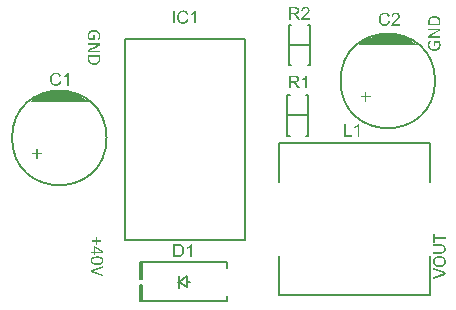
<source format=gto>
G04*
G04 #@! TF.GenerationSoftware,Altium Limited,Altium Designer,23.2.1 (34)*
G04*
G04 Layer_Color=65535*
%FSLAX25Y25*%
%MOIN*%
G70*
G04*
G04 #@! TF.SameCoordinates,563C74A3-C083-4828-BA4E-F0EE4E1FBB61*
G04*
G04*
G04 #@! TF.FilePolarity,Positive*
G04*
G01*
G75*
%ADD10C,0.00787*%
%ADD11C,0.00591*%
G36*
X491157Y264811D02*
X493126Y266779D01*
X499031Y268748D01*
X503952Y268748D01*
X506906Y267764D01*
X509858Y265795D01*
X511827Y264811D01*
X491157Y264811D01*
D02*
G37*
G36*
X600658Y283811D02*
X602626Y285780D01*
X608532Y287748D01*
X613452Y287748D01*
X616405Y286764D01*
X619358Y284795D01*
X621327Y283811D01*
X600658Y283811D01*
D02*
G37*
G36*
X513468Y219993D02*
X513476D01*
X513497Y219985D01*
X513541Y219971D01*
X513549Y219964D01*
X513556Y219956D01*
X513585Y219934D01*
Y219927D01*
X513592Y219920D01*
X513599Y219883D01*
Y218848D01*
X514737D01*
X514744D01*
X514751D01*
X514781Y218841D01*
X514788D01*
X514795Y218826D01*
X514817Y218797D01*
Y218790D01*
X514824Y218775D01*
X514831Y218753D01*
X514839Y218724D01*
Y218717D01*
X514846Y218695D01*
X514853Y218659D01*
Y218579D01*
X514846Y218542D01*
X514839Y218506D01*
Y218498D01*
X514831Y218484D01*
X514824Y218462D01*
X514817Y218440D01*
Y218433D01*
X514810Y218425D01*
X514781Y218396D01*
X514773Y218389D01*
X514737Y218382D01*
X513599D01*
Y217332D01*
X513585Y217303D01*
Y217295D01*
X513578Y217288D01*
X513541Y217266D01*
X513534Y217259D01*
X513519Y217252D01*
X513497Y217244D01*
X513468Y217237D01*
X513461D01*
X513446Y217230D01*
X513410D01*
X513374D01*
X513366D01*
X513337D01*
X513301Y217237D01*
X513264Y217244D01*
X513257D01*
X513242Y217252D01*
X513199Y217266D01*
X513191D01*
X513184Y217273D01*
X513155Y217303D01*
Y217317D01*
X513147Y217346D01*
Y218382D01*
X511996D01*
X511981D01*
X511952Y218396D01*
X511945Y218404D01*
X511923Y218440D01*
Y218447D01*
X511915Y218455D01*
Y218476D01*
X511908Y218506D01*
Y218535D01*
X511901Y218571D01*
Y218688D01*
X511908Y218724D01*
Y218731D01*
X511915Y218746D01*
X511923Y218797D01*
Y218804D01*
X511930Y218812D01*
X511952Y218841D01*
X511959D01*
X511967D01*
X511996Y218848D01*
X513147D01*
Y219898D01*
X513155Y219934D01*
X513169Y219942D01*
X513199Y219971D01*
X513206D01*
X513220Y219978D01*
X513264Y219993D01*
X513272D01*
X513293D01*
X513330Y220000D01*
X513374D01*
X513381D01*
X513410D01*
X513439D01*
X513468Y219993D01*
D02*
G37*
G36*
X512914Y216843D02*
X512922D01*
X512943Y216836D01*
X512994Y216814D01*
X513002D01*
X513016Y216807D01*
X513046Y216792D01*
X513075Y216778D01*
X515553Y215320D01*
X515560D01*
X515568Y215305D01*
X515597Y215276D01*
X515604Y215269D01*
X515612Y215254D01*
X515619Y215225D01*
X515626Y215196D01*
Y215189D01*
X515633Y215159D01*
X515641Y215123D01*
X515648Y215079D01*
Y215065D01*
X515655Y215028D01*
Y214846D01*
X515648Y214788D01*
X515641Y214729D01*
Y214715D01*
X515633Y214686D01*
X515626Y214642D01*
X515619Y214605D01*
Y214598D01*
X515612Y214576D01*
X515604Y214547D01*
X515590Y214525D01*
Y214518D01*
X515575Y214511D01*
X515560Y214503D01*
X515539Y214496D01*
X512936D01*
Y214030D01*
X512929Y214008D01*
X512914Y213979D01*
X512878Y213957D01*
X512871Y213949D01*
X512834Y213935D01*
X512783Y213927D01*
X512710Y213920D01*
X512703D01*
X512696D01*
X512652Y213927D01*
X512601Y213935D01*
X512550Y213957D01*
X512542Y213964D01*
X512521Y213979D01*
X512499Y214000D01*
X512491Y214037D01*
Y214496D01*
X511631D01*
X511624D01*
X511617D01*
X511587Y214511D01*
X511580Y214525D01*
X511573Y214540D01*
X511558Y214562D01*
Y214569D01*
X511551Y214583D01*
Y214605D01*
X511544Y214642D01*
Y214678D01*
X511536Y214722D01*
Y214861D01*
X511544Y214904D01*
Y214912D01*
X511551Y214933D01*
Y214963D01*
X511558Y214984D01*
Y214992D01*
X511566Y214999D01*
X511587Y215028D01*
X511602D01*
X511631Y215036D01*
X512491D01*
Y216734D01*
X512499Y216778D01*
X512506Y216792D01*
X512528Y216822D01*
X512535D01*
X512550Y216829D01*
X512572Y216836D01*
X512601Y216843D01*
X512608D01*
X512637D01*
X512674Y216851D01*
X512725D01*
X512732D01*
X512761D01*
X512790D01*
X512827D01*
X512834D01*
X512856D01*
X512914Y216843D01*
D02*
G37*
G36*
X513753Y213497D02*
X513869D01*
X514001Y213490D01*
X514139Y213475D01*
X514292Y213454D01*
X514438Y213432D01*
X514445D01*
X514453Y213424D01*
X514474D01*
X514503Y213417D01*
X514576Y213403D01*
X514664Y213373D01*
X514773Y213344D01*
X514883Y213300D01*
X514992Y213249D01*
X515101Y213191D01*
X515116Y213184D01*
X515145Y213162D01*
X515196Y213118D01*
X515262Y213067D01*
X515335Y213002D01*
X515407Y212929D01*
X515473Y212841D01*
X515539Y212739D01*
X515546Y212725D01*
X515560Y212688D01*
X515590Y212630D01*
X515619Y212550D01*
X515641Y212455D01*
X515670Y212338D01*
X515685Y212207D01*
X515692Y212061D01*
Y211996D01*
X515685Y211923D01*
X515677Y211828D01*
X515655Y211726D01*
X515633Y211616D01*
X515597Y211507D01*
X515553Y211405D01*
X515546Y211390D01*
X515524Y211361D01*
X515495Y211310D01*
X515451Y211252D01*
X515393Y211186D01*
X515320Y211114D01*
X515240Y211048D01*
X515145Y210982D01*
X515130Y210975D01*
X515101Y210953D01*
X515043Y210931D01*
X514963Y210895D01*
X514868Y210858D01*
X514759Y210822D01*
X514627Y210785D01*
X514489Y210756D01*
X514482D01*
X514474D01*
X514453Y210749D01*
X514423Y210742D01*
X514387D01*
X514343Y210734D01*
X514234Y210720D01*
X514103Y210705D01*
X513949Y210698D01*
X513782Y210683D01*
X513599D01*
X513592D01*
X513578D01*
X513556D01*
X513519D01*
X513483D01*
X513432Y210691D01*
X513315D01*
X513184Y210705D01*
X513046Y210720D01*
X512892Y210734D01*
X512747Y210764D01*
X512739D01*
X512732D01*
X512710Y210771D01*
X512681Y210778D01*
X512608Y210793D01*
X512521Y210822D01*
X512411Y210858D01*
X512302Y210902D01*
X512185Y210953D01*
X512076Y211011D01*
X512061Y211019D01*
X512032Y211041D01*
X511981Y211077D01*
X511915Y211128D01*
X511850Y211194D01*
X511777Y211267D01*
X511711Y211354D01*
X511646Y211456D01*
X511638Y211471D01*
X511624Y211507D01*
X511602Y211565D01*
X511573Y211646D01*
X511544Y211748D01*
X511522Y211864D01*
X511507Y211996D01*
X511500Y212141D01*
Y212207D01*
X511507Y212280D01*
X511515Y212367D01*
X511529Y212469D01*
X511558Y212579D01*
X511587Y212688D01*
X511631Y212790D01*
X511638Y212805D01*
X511660Y212834D01*
X511690Y212885D01*
X511733Y212943D01*
X511792Y213009D01*
X511857Y213082D01*
X511937Y213147D01*
X512032Y213213D01*
X512047Y213220D01*
X512083Y213242D01*
X512142Y213264D01*
X512214Y213300D01*
X512309Y213337D01*
X512426Y213373D01*
X512550Y213410D01*
X512688Y213439D01*
X512696D01*
X512703D01*
X512725Y213446D01*
X512761D01*
X512798Y213454D01*
X512841Y213461D01*
X512951Y213468D01*
X513082Y213483D01*
X513235Y213497D01*
X513403Y213505D01*
X513585D01*
X513592D01*
X513607D01*
X513629D01*
X513665D01*
X513702D01*
X513753Y213497D01*
D02*
G37*
G36*
X515597Y210348D02*
X515619Y210333D01*
X515626Y210326D01*
X515633Y210312D01*
X515641Y210282D01*
X515648Y210239D01*
Y210224D01*
X515655Y210195D01*
Y209969D01*
X515648Y209925D01*
Y209918D01*
X515641Y209896D01*
X515633Y209867D01*
X515626Y209845D01*
Y209838D01*
X515619Y209830D01*
X515612Y209816D01*
X515597Y209809D01*
X515582Y209801D01*
X515546Y209779D01*
X512112Y208606D01*
Y208598D01*
X515539Y207461D01*
X515546D01*
X515560Y207454D01*
X515597Y207447D01*
X515604D01*
X515612Y207432D01*
X515626Y207403D01*
Y207396D01*
X515633Y207381D01*
X515641Y207352D01*
X515648Y207315D01*
Y207308D01*
X515655Y207272D01*
Y207104D01*
X515648Y207053D01*
X515641Y207009D01*
Y207002D01*
X515633Y206980D01*
X515626Y206951D01*
X515612Y206929D01*
X515604D01*
X515597Y206922D01*
X515575Y206914D01*
X515546D01*
X515539D01*
X515517D01*
X515488Y206929D01*
X515437Y206944D01*
X511646Y208270D01*
X511638D01*
X511624Y208278D01*
X511587Y208307D01*
Y208314D01*
X511573Y208321D01*
X511566Y208343D01*
X511558Y208372D01*
Y208380D01*
X511551Y208402D01*
Y208431D01*
X511544Y208474D01*
Y208518D01*
X511536Y208562D01*
Y208708D01*
X511544Y208744D01*
Y208803D01*
X511551Y208839D01*
Y208846D01*
X511558Y208861D01*
Y208905D01*
X511566Y208919D01*
X511573Y208948D01*
X511580Y208956D01*
X511602Y208978D01*
X511609D01*
X511617Y208985D01*
X511653Y208999D01*
X515444Y210326D01*
X515458Y210333D01*
X515480Y210341D01*
X515517Y210348D01*
X515553Y210355D01*
X515560D01*
X515575D01*
X515597Y210348D01*
D02*
G37*
G36*
X626009Y221154D02*
X626017D01*
X626031Y221147D01*
X626082Y221132D01*
X626097Y221125D01*
X626119Y221095D01*
Y221081D01*
X626126Y221052D01*
Y219907D01*
X629669D01*
X629683D01*
X629712Y219893D01*
X629720Y219878D01*
X629727Y219864D01*
X629734Y219842D01*
Y219834D01*
X629742Y219820D01*
Y219798D01*
X629749Y219761D01*
Y219754D01*
X629756Y219725D01*
X629764Y219689D01*
Y219594D01*
X629756Y219550D01*
X629749Y219506D01*
Y219499D01*
X629742Y219477D01*
X629734Y219419D01*
Y219411D01*
X629727Y219404D01*
X629712Y219375D01*
X629705D01*
X629698D01*
X629669Y219368D01*
X626126D01*
Y218201D01*
X626119Y218172D01*
X626111Y218158D01*
X626082Y218136D01*
X626075D01*
X626060Y218128D01*
X626038D01*
X626009Y218121D01*
X626002D01*
X625980D01*
X625944Y218114D01*
X625900D01*
X625893D01*
X625863D01*
X625834D01*
X625798Y218121D01*
X625791D01*
X625769Y218128D01*
X625725Y218136D01*
X625718D01*
X625710Y218143D01*
X625681Y218172D01*
Y218179D01*
X625674Y218187D01*
X625667Y218216D01*
Y221066D01*
X625681Y221095D01*
Y221103D01*
X625688Y221110D01*
X625725Y221132D01*
X625732D01*
X625747Y221139D01*
X625769Y221147D01*
X625798Y221154D01*
X625805D01*
X625827Y221161D01*
X625856D01*
X625900D01*
X625907D01*
X625936D01*
X625973D01*
X626009Y221154D01*
D02*
G37*
G36*
X628371Y217523D02*
X628459Y217516D01*
X628568Y217502D01*
X628677Y217487D01*
X628794Y217458D01*
X628903Y217421D01*
X628918Y217414D01*
X628954Y217400D01*
X629005Y217378D01*
X629071Y217341D01*
X629151Y217297D01*
X629239Y217246D01*
X629319Y217181D01*
X629399Y217108D01*
X629406Y217101D01*
X629428Y217072D01*
X629465Y217028D01*
X629508Y216969D01*
X629559Y216897D01*
X629610Y216816D01*
X629654Y216714D01*
X629698Y216612D01*
X629705Y216598D01*
X629712Y216561D01*
X629727Y216503D01*
X629749Y216423D01*
X629771Y216328D01*
X629785Y216218D01*
X629793Y216095D01*
X629800Y215956D01*
Y215898D01*
X629793Y215832D01*
X629785Y215752D01*
X629778Y215657D01*
X629756Y215555D01*
X629734Y215453D01*
X629705Y215344D01*
X629698Y215329D01*
X629691Y215300D01*
X629662Y215249D01*
X629632Y215183D01*
X629596Y215103D01*
X629545Y215030D01*
X629487Y214950D01*
X629421Y214870D01*
X629414Y214863D01*
X629385Y214841D01*
X629341Y214804D01*
X629290Y214760D01*
X629217Y214709D01*
X629137Y214658D01*
X629042Y214607D01*
X628940Y214564D01*
X628925Y214556D01*
X628889Y214549D01*
X628830Y214534D01*
X628750Y214513D01*
X628655Y214491D01*
X628539Y214476D01*
X628415Y214469D01*
X628276Y214462D01*
X625747D01*
X625739D01*
X625732D01*
X625710Y214469D01*
X625703D01*
X625696Y214483D01*
X625681Y214513D01*
Y214520D01*
X625674Y214534D01*
X625667Y214564D01*
X625659Y214593D01*
Y214600D01*
X625652Y214629D01*
X625645Y214673D01*
Y214775D01*
X625652Y214812D01*
X625659Y214855D01*
Y214863D01*
X625667Y214892D01*
X625674Y214914D01*
X625681Y214943D01*
Y214950D01*
X625688Y214957D01*
X625710Y214986D01*
X625718Y214994D01*
X625747Y215001D01*
X628211D01*
X628225D01*
X628262D01*
X628313Y215008D01*
X628378D01*
X628459Y215016D01*
X628539Y215030D01*
X628707Y215067D01*
X628714D01*
X628743Y215081D01*
X628779Y215096D01*
X628830Y215118D01*
X628940Y215176D01*
X629056Y215264D01*
X629064Y215271D01*
X629078Y215285D01*
X629107Y215315D01*
X629137Y215351D01*
X629166Y215395D01*
X629202Y215453D01*
X629268Y215577D01*
Y215584D01*
X629275Y215614D01*
X629290Y215650D01*
X629297Y215701D01*
X629312Y215759D01*
X629326Y215832D01*
X629333Y215992D01*
Y216036D01*
X629326Y216080D01*
Y216138D01*
X629319Y216204D01*
X629304Y216270D01*
X629268Y216415D01*
Y216423D01*
X629253Y216444D01*
X629239Y216481D01*
X629217Y216525D01*
X629151Y216619D01*
X629064Y216722D01*
X629056Y216729D01*
X629042Y216743D01*
X629005Y216765D01*
X628969Y216794D01*
X628918Y216831D01*
X628860Y216860D01*
X628794Y216889D01*
X628721Y216918D01*
X628714D01*
X628685Y216933D01*
X628641Y216940D01*
X628583Y216955D01*
X628510Y216969D01*
X628430Y216977D01*
X628335Y216991D01*
X628240D01*
X625747D01*
X625739D01*
X625732D01*
X625710Y216999D01*
X625703D01*
X625696Y217013D01*
X625681Y217042D01*
Y217050D01*
X625674Y217064D01*
X625667Y217093D01*
X625659Y217130D01*
Y217137D01*
X625652Y217166D01*
X625645Y217210D01*
Y217305D01*
X625652Y217341D01*
X625659Y217385D01*
Y217392D01*
X625667Y217414D01*
X625674Y217443D01*
X625681Y217465D01*
Y217472D01*
X625688Y217487D01*
X625696Y217502D01*
X625710Y217516D01*
X625718Y217523D01*
X625747Y217531D01*
X628240D01*
X628247D01*
X628255D01*
X628276D01*
X628305D01*
X628371Y217523D01*
D02*
G37*
G36*
X627839Y213609D02*
X627956Y213601D01*
X628094Y213587D01*
X628247Y213565D01*
X628400Y213536D01*
X628553Y213499D01*
X628561D01*
X628568Y213492D01*
X628590Y213485D01*
X628619Y213477D01*
X628692Y213448D01*
X628787Y213412D01*
X628889Y213361D01*
X629005Y213302D01*
X629115Y213230D01*
X629224Y213149D01*
X629239Y213142D01*
X629268Y213106D01*
X629319Y213055D01*
X629385Y212989D01*
X629450Y212902D01*
X629523Y212807D01*
X629589Y212690D01*
X629654Y212566D01*
Y212559D01*
X629662Y212552D01*
X629669Y212530D01*
X629676Y212508D01*
X629698Y212428D01*
X629727Y212333D01*
X629756Y212216D01*
X629778Y212078D01*
X629793Y211917D01*
X629800Y211750D01*
Y211670D01*
X629793Y211633D01*
Y211589D01*
X629785Y211480D01*
X629771Y211356D01*
X629742Y211218D01*
X629712Y211086D01*
X629669Y210955D01*
X629662Y210941D01*
X629640Y210897D01*
X629610Y210839D01*
X629567Y210758D01*
X629508Y210671D01*
X629443Y210583D01*
X629363Y210489D01*
X629268Y210401D01*
X629253Y210394D01*
X629224Y210365D01*
X629166Y210328D01*
X629086Y210277D01*
X628991Y210226D01*
X628882Y210168D01*
X628757Y210117D01*
X628619Y210073D01*
X628612D01*
X628604Y210066D01*
X628583D01*
X628553Y210058D01*
X628517Y210051D01*
X628473Y210044D01*
X628364Y210022D01*
X628233Y210000D01*
X628080Y209986D01*
X627912Y209978D01*
X627730Y209971D01*
X627722D01*
X627708D01*
X627686D01*
X627649D01*
X627606D01*
X627555Y209978D01*
X627438Y209986D01*
X627307Y210000D01*
X627154Y210015D01*
X627008Y210044D01*
X626855Y210080D01*
X626848D01*
X626840Y210088D01*
X626818Y210095D01*
X626789Y210102D01*
X626716Y210131D01*
X626622Y210168D01*
X626519Y210219D01*
X626410Y210277D01*
X626301Y210350D01*
X626191Y210430D01*
X626177Y210445D01*
X626148Y210474D01*
X626097Y210525D01*
X626031Y210591D01*
X625965Y210678D01*
X625893Y210773D01*
X625827Y210890D01*
X625761Y211014D01*
Y211021D01*
X625754Y211028D01*
X625747Y211050D01*
X625739Y211079D01*
X625710Y211152D01*
X625681Y211247D01*
X625659Y211363D01*
X625630Y211509D01*
X625616Y211662D01*
X625608Y211830D01*
Y211903D01*
X625616Y211990D01*
X625623Y212100D01*
X625645Y212224D01*
X625667Y212355D01*
X625703Y212486D01*
X625747Y212617D01*
Y212625D01*
X625754Y212632D01*
X625769Y212676D01*
X625805Y212734D01*
X625849Y212814D01*
X625907Y212902D01*
X625973Y212996D01*
X626053Y213084D01*
X626148Y213171D01*
X626162Y213179D01*
X626191Y213208D01*
X626250Y213251D01*
X626323Y213295D01*
X626417Y213354D01*
X626527Y213412D01*
X626651Y213463D01*
X626789Y213507D01*
X626796D01*
X626804Y213514D01*
X626826D01*
X626855Y213521D01*
X626891Y213536D01*
X626935Y213543D01*
X627037Y213565D01*
X627168Y213580D01*
X627321Y213601D01*
X627482Y213609D01*
X627664Y213616D01*
X627671D01*
X627686D01*
X627715D01*
X627744D01*
X627788D01*
X627839Y213609D01*
D02*
G37*
G36*
X625812Y209526D02*
X625863Y209512D01*
X629654Y208185D01*
X629662D01*
X629676Y208178D01*
X629712Y208149D01*
Y208141D01*
X629727Y208134D01*
X629734Y208112D01*
X629742Y208083D01*
Y208076D01*
X629749Y208054D01*
Y208025D01*
X629756Y207981D01*
Y207937D01*
X629764Y207893D01*
Y207748D01*
X629756Y207711D01*
Y207653D01*
X629749Y207616D01*
Y207609D01*
X629742Y207594D01*
Y207551D01*
X629734Y207536D01*
X629727Y207507D01*
X629720Y207500D01*
X629698Y207478D01*
X629691D01*
X629683Y207470D01*
X629647Y207456D01*
X625856Y206129D01*
X625842Y206122D01*
X625820Y206115D01*
X625783Y206107D01*
X625747Y206100D01*
X625739D01*
X625725D01*
X625703Y206107D01*
X625681Y206122D01*
X625674Y206129D01*
X625667Y206144D01*
X625659Y206173D01*
X625652Y206217D01*
Y206231D01*
X625645Y206260D01*
Y206486D01*
X625652Y206530D01*
Y206537D01*
X625659Y206559D01*
X625667Y206588D01*
X625674Y206610D01*
Y206618D01*
X625681Y206625D01*
X625688Y206640D01*
X625703Y206647D01*
X625718Y206654D01*
X625754Y206676D01*
X629188Y207850D01*
Y207857D01*
X625761Y208994D01*
X625754D01*
X625739Y209001D01*
X625703Y209009D01*
X625696D01*
X625688Y209023D01*
X625674Y209052D01*
Y209060D01*
X625667Y209074D01*
X625659Y209103D01*
X625652Y209140D01*
Y209147D01*
X625645Y209184D01*
Y209351D01*
X625652Y209402D01*
X625659Y209446D01*
Y209453D01*
X625667Y209475D01*
X625674Y209504D01*
X625688Y209526D01*
X625696D01*
X625703Y209534D01*
X625725Y209541D01*
X625754D01*
X625761D01*
X625783D01*
X625812Y209526D01*
D02*
G37*
G36*
X626081Y293613D02*
X626139D01*
X626263Y293606D01*
X626409Y293584D01*
X626562Y293562D01*
X626722Y293526D01*
X626875Y293482D01*
X626883D01*
X626890Y293475D01*
X626912Y293467D01*
X626941Y293460D01*
X627014Y293423D01*
X627101Y293380D01*
X627211Y293321D01*
X627320Y293256D01*
X627429Y293176D01*
X627531Y293081D01*
X627546Y293066D01*
X627575Y293037D01*
X627619Y292979D01*
X627677Y292906D01*
X627736Y292811D01*
X627801Y292709D01*
X627867Y292585D01*
X627918Y292447D01*
Y292439D01*
X627925Y292432D01*
X627932Y292410D01*
X627940Y292381D01*
X627947Y292344D01*
X627954Y292301D01*
X627976Y292191D01*
X628005Y292060D01*
X628020Y291907D01*
X628034Y291739D01*
X628042Y291550D01*
Y290668D01*
X628034Y290639D01*
X628020Y290595D01*
X627998Y290544D01*
X627991Y290537D01*
X627954Y290515D01*
X627903Y290493D01*
X627823Y290486D01*
X624193D01*
X624185D01*
X624171D01*
X624127Y290493D01*
X624069Y290507D01*
X624018Y290544D01*
X624010Y290559D01*
X623988Y290588D01*
X623974Y290631D01*
X623967Y290682D01*
Y291696D01*
X623974Y291739D01*
Y291791D01*
X623981Y291914D01*
X624003Y292053D01*
X624025Y292206D01*
X624061Y292352D01*
X624105Y292498D01*
Y292505D01*
X624112Y292512D01*
X624127Y292563D01*
X624163Y292629D01*
X624207Y292716D01*
X624265Y292811D01*
X624331Y292913D01*
X624411Y293022D01*
X624499Y293117D01*
X624513Y293132D01*
X624543Y293161D01*
X624601Y293205D01*
X624674Y293256D01*
X624761Y293314D01*
X624870Y293380D01*
X624995Y293438D01*
X625126Y293489D01*
X625133D01*
X625140Y293496D01*
X625162Y293504D01*
X625191Y293511D01*
X625264Y293533D01*
X625366Y293555D01*
X625490Y293577D01*
X625629Y293598D01*
X625782Y293613D01*
X625949Y293620D01*
X625957D01*
X625971D01*
X626000D01*
X626037D01*
X626081Y293613D01*
D02*
G37*
G36*
X627889Y289399D02*
X627925Y289385D01*
X627932Y289377D01*
X627947Y289370D01*
X627998Y289327D01*
X628005Y289319D01*
X628013Y289305D01*
X628027Y289275D01*
X628042Y289246D01*
Y289224D01*
X628049Y289195D01*
Y288933D01*
X628042Y288889D01*
X628034Y288838D01*
Y288831D01*
X628020Y288802D01*
X628005Y288758D01*
X627976Y288714D01*
X627969Y288707D01*
X627947Y288685D01*
X627903Y288649D01*
X627852Y288605D01*
X627845D01*
X627838Y288597D01*
X627794Y288568D01*
X627736Y288525D01*
X627648Y288481D01*
X625330Y287234D01*
X625322Y287227D01*
X625301Y287220D01*
X625264Y287198D01*
X625220Y287176D01*
X625162Y287147D01*
X625097Y287110D01*
X624958Y287037D01*
X624951Y287030D01*
X624922Y287023D01*
X624885Y287001D01*
X624834Y286979D01*
X624776Y286950D01*
X624710Y286921D01*
X624572Y286855D01*
Y286848D01*
X624579D01*
X624608D01*
X624659D01*
X624717Y286855D01*
X624783D01*
X624863D01*
X625038D01*
X625045D01*
X625075D01*
X625126D01*
X625184Y286862D01*
X625257D01*
X625330D01*
X625505D01*
X627969D01*
X627983D01*
X628013Y286848D01*
X628020Y286833D01*
X628027Y286819D01*
X628034Y286797D01*
Y286789D01*
X628042Y286775D01*
Y286753D01*
X628049Y286717D01*
Y286709D01*
X628056Y286680D01*
X628064Y286636D01*
Y286542D01*
X628056Y286498D01*
X628049Y286454D01*
Y286447D01*
X628042Y286425D01*
Y286396D01*
X628034Y286374D01*
Y286367D01*
X628027Y286359D01*
X628013Y286330D01*
X628005D01*
X627998D01*
X627969Y286323D01*
X624200D01*
X624193D01*
X624178D01*
X624134Y286330D01*
X624076Y286352D01*
X624025Y286389D01*
X624018Y286403D01*
X623996Y286440D01*
X623974Y286491D01*
X623967Y286549D01*
Y286870D01*
X623974Y286913D01*
X623988Y286965D01*
Y286979D01*
X624003Y287001D01*
X624018Y287045D01*
X624040Y287081D01*
X624047Y287088D01*
X624069Y287110D01*
X624098Y287139D01*
X624142Y287176D01*
X624149Y287183D01*
X624185Y287205D01*
X624236Y287242D01*
X624302Y287278D01*
X626088Y288240D01*
X626095Y288247D01*
X626117Y288255D01*
X626146Y288269D01*
X626190Y288291D01*
X626241Y288320D01*
X626299Y288350D01*
X626416Y288408D01*
X626423Y288415D01*
X626445Y288422D01*
X626474Y288437D01*
X626511Y288459D01*
X626613Y288510D01*
X626722Y288568D01*
X626729Y288576D01*
X626744Y288583D01*
X626773Y288597D01*
X626810Y288619D01*
X626904Y288670D01*
X627014Y288721D01*
X627021D01*
X627036Y288736D01*
X627065Y288751D01*
X627109Y288765D01*
X627203Y288816D01*
X627313Y288867D01*
Y288875D01*
X627298D01*
X627269D01*
X627218D01*
X627152D01*
X627079Y288867D01*
X626992D01*
X626897D01*
X626795D01*
X626781D01*
X626751D01*
X626693D01*
X626627D01*
X626547D01*
X626460D01*
X626277D01*
X624061D01*
X624054D01*
X624047D01*
X624025Y288875D01*
X624018D01*
X624010Y288889D01*
X623988Y288918D01*
Y288926D01*
X623981Y288940D01*
X623974Y288969D01*
X623967Y289006D01*
Y289013D01*
X623959Y289042D01*
Y289217D01*
X623967Y289261D01*
Y289268D01*
X623974Y289297D01*
X623981Y289319D01*
X623988Y289348D01*
Y289356D01*
X623996Y289363D01*
X624025Y289392D01*
X624032Y289399D01*
X624061Y289407D01*
X627823D01*
X627830D01*
X627859D01*
X627889Y289399D01*
D02*
G37*
G36*
X624637Y285310D02*
X624645D01*
X624659Y285302D01*
X624710Y285288D01*
X624717D01*
X624725Y285280D01*
X624754Y285251D01*
Y285244D01*
X624761Y285215D01*
Y285208D01*
X624754Y285186D01*
X624739Y285149D01*
X624703Y285091D01*
Y285084D01*
X624696Y285076D01*
X624681Y285054D01*
X624666Y285025D01*
X624623Y284952D01*
X624572Y284850D01*
Y284843D01*
X624557Y284821D01*
X624543Y284792D01*
X624528Y284748D01*
X624506Y284697D01*
X624484Y284639D01*
X624462Y284566D01*
X624440Y284493D01*
Y284486D01*
X624433Y284457D01*
X624418Y284413D01*
X624404Y284355D01*
X624397Y284289D01*
X624382Y284202D01*
X624375Y284114D01*
Y283954D01*
X624382Y283888D01*
X624389Y283808D01*
X624404Y283713D01*
X624426Y283611D01*
X624455Y283502D01*
X624499Y283400D01*
X624506Y283385D01*
X624521Y283356D01*
X624550Y283305D01*
X624586Y283247D01*
X624637Y283174D01*
X624696Y283101D01*
X624761Y283021D01*
X624841Y282948D01*
X624849Y282940D01*
X624878Y282919D01*
X624929Y282882D01*
X624987Y282846D01*
X625060Y282802D01*
X625155Y282751D01*
X625250Y282707D01*
X625359Y282663D01*
X625374Y282656D01*
X625410Y282649D01*
X625468Y282634D01*
X625549Y282620D01*
X625651Y282598D01*
X625760Y282583D01*
X625877Y282576D01*
X626008Y282569D01*
X626015D01*
X626022D01*
X626044D01*
X626073D01*
X626146Y282576D01*
X626241Y282583D01*
X626343Y282591D01*
X626460Y282612D01*
X626584Y282634D01*
X626700Y282671D01*
X626715Y282678D01*
X626751Y282693D01*
X626802Y282714D01*
X626875Y282751D01*
X626956Y282795D01*
X627043Y282846D01*
X627130Y282904D01*
X627211Y282970D01*
X627218Y282977D01*
X627247Y283006D01*
X627283Y283043D01*
X627327Y283101D01*
X627378Y283166D01*
X627429Y283247D01*
X627480Y283334D01*
X627524Y283429D01*
X627531Y283443D01*
X627539Y283480D01*
X627553Y283531D01*
X627575Y283604D01*
X627597Y283691D01*
X627612Y283793D01*
X627619Y283903D01*
X627626Y284019D01*
Y284092D01*
X627619Y284136D01*
Y284194D01*
X627604Y284260D01*
X627582Y284406D01*
Y284413D01*
X627575Y284442D01*
X627561Y284479D01*
X627546Y284522D01*
X627531Y284581D01*
X627502Y284646D01*
X627444Y284770D01*
X626256D01*
Y283808D01*
X626248Y283786D01*
X626234Y283757D01*
X626205Y283735D01*
X626197D01*
X626161Y283728D01*
X626110Y283720D01*
X626037Y283713D01*
X626030D01*
X626000D01*
X625971D01*
X625935D01*
X625928D01*
X625913Y283720D01*
X625891Y283728D01*
X625869Y283735D01*
X625862D01*
X625855Y283742D01*
X625826Y283764D01*
Y283771D01*
X625818Y283779D01*
X625811Y283815D01*
Y285135D01*
X625826Y285178D01*
Y285186D01*
X625833Y285200D01*
X625869Y285244D01*
X625877Y285251D01*
X625884Y285259D01*
X625906Y285273D01*
X625935Y285288D01*
X625942Y285295D01*
X625964Y285302D01*
X625993Y285310D01*
X626037D01*
X627590D01*
X627604D01*
X627641D01*
X627684Y285295D01*
X627736Y285280D01*
X627743Y285273D01*
X627772Y285251D01*
X627801Y285215D01*
X627838Y285157D01*
Y285149D01*
X627845Y285142D01*
X627852Y285120D01*
X627867Y285098D01*
X627896Y285018D01*
X627940Y284923D01*
Y284916D01*
X627947Y284901D01*
X627954Y284872D01*
X627969Y284828D01*
X627983Y284785D01*
X627998Y284734D01*
X628027Y284617D01*
Y284610D01*
X628034Y284588D01*
Y284559D01*
X628042Y284522D01*
X628049Y284471D01*
X628064Y284420D01*
X628078Y284304D01*
Y284275D01*
X628085Y284245D01*
Y284209D01*
X628093Y284107D01*
X628100Y283998D01*
Y283917D01*
X628093Y283874D01*
Y283830D01*
X628078Y283713D01*
X628064Y283582D01*
X628042Y283443D01*
X628005Y283298D01*
X627954Y283152D01*
Y283144D01*
X627947Y283137D01*
X627925Y283094D01*
X627896Y283021D01*
X627845Y282933D01*
X627786Y282838D01*
X627714Y282729D01*
X627633Y282627D01*
X627539Y282525D01*
X627524Y282510D01*
X627488Y282481D01*
X627437Y282437D01*
X627356Y282379D01*
X627262Y282313D01*
X627152Y282248D01*
X627028Y282189D01*
X626890Y282131D01*
X626883D01*
X626875Y282124D01*
X626853Y282117D01*
X626824Y282109D01*
X626744Y282087D01*
X626642Y282066D01*
X626518Y282044D01*
X626372Y282022D01*
X626212Y282007D01*
X626044Y282000D01*
X626037D01*
X626022D01*
X626000D01*
X625964D01*
X625920Y282007D01*
X625869D01*
X625753Y282022D01*
X625621Y282036D01*
X625468Y282058D01*
X625322Y282095D01*
X625169Y282146D01*
X625162D01*
X625155Y282153D01*
X625133Y282160D01*
X625104Y282175D01*
X625031Y282204D01*
X624936Y282255D01*
X624834Y282306D01*
X624717Y282379D01*
X624608Y282459D01*
X624499Y282554D01*
X624484Y282569D01*
X624455Y282605D01*
X624404Y282656D01*
X624338Y282736D01*
X624265Y282831D01*
X624193Y282940D01*
X624127Y283064D01*
X624061Y283196D01*
Y283203D01*
X624054Y283210D01*
X624047Y283232D01*
X624040Y283261D01*
X624010Y283334D01*
X623981Y283436D01*
X623959Y283560D01*
X623930Y283699D01*
X623915Y283852D01*
X623908Y284019D01*
Y284107D01*
X623915Y284165D01*
Y284231D01*
X623923Y284304D01*
X623952Y284457D01*
Y284464D01*
X623959Y284493D01*
X623967Y284530D01*
X623981Y284581D01*
X623996Y284639D01*
X624010Y284697D01*
X624054Y284821D01*
Y284828D01*
X624061Y284850D01*
X624076Y284880D01*
X624090Y284916D01*
X624127Y285003D01*
X624171Y285091D01*
Y285098D01*
X624178Y285105D01*
X624207Y285149D01*
X624244Y285200D01*
X624280Y285237D01*
X624287Y285244D01*
X624302Y285259D01*
X624338Y285280D01*
X624375Y285295D01*
X624382Y285302D01*
X624411Y285310D01*
X624462Y285317D01*
X624528D01*
X624535D01*
X624564D01*
X624601D01*
X624637Y285310D01*
D02*
G37*
G36*
X512680Y288993D02*
X512731D01*
X512847Y288978D01*
X512979Y288964D01*
X513132Y288942D01*
X513277Y288905D01*
X513431Y288854D01*
X513438D01*
X513445Y288847D01*
X513467Y288840D01*
X513496Y288825D01*
X513569Y288796D01*
X513664Y288745D01*
X513766Y288694D01*
X513883Y288621D01*
X513992Y288541D01*
X514101Y288446D01*
X514116Y288431D01*
X514145Y288395D01*
X514196Y288344D01*
X514262Y288264D01*
X514334Y288169D01*
X514407Y288060D01*
X514473Y287936D01*
X514539Y287804D01*
Y287797D01*
X514546Y287790D01*
X514553Y287768D01*
X514561Y287739D01*
X514590Y287666D01*
X514619Y287564D01*
X514641Y287440D01*
X514670Y287301D01*
X514684Y287148D01*
X514692Y286981D01*
Y286893D01*
X514684Y286835D01*
Y286769D01*
X514677Y286696D01*
X514648Y286543D01*
Y286536D01*
X514641Y286507D01*
X514633Y286470D01*
X514619Y286419D01*
X514604Y286361D01*
X514590Y286303D01*
X514546Y286179D01*
Y286172D01*
X514539Y286150D01*
X514524Y286120D01*
X514509Y286084D01*
X514473Y285997D01*
X514429Y285909D01*
Y285902D01*
X514422Y285894D01*
X514393Y285851D01*
X514356Y285800D01*
X514320Y285763D01*
X514313Y285756D01*
X514298Y285741D01*
X514262Y285719D01*
X514225Y285705D01*
X514218Y285698D01*
X514189Y285690D01*
X514138Y285683D01*
X514072D01*
X514065D01*
X514036D01*
X513999D01*
X513963Y285690D01*
X513955D01*
X513941Y285698D01*
X513890Y285712D01*
X513883D01*
X513875Y285719D01*
X513846Y285749D01*
Y285756D01*
X513839Y285785D01*
Y285792D01*
X513846Y285814D01*
X513861Y285851D01*
X513897Y285909D01*
Y285916D01*
X513904Y285924D01*
X513919Y285946D01*
X513934Y285975D01*
X513977Y286048D01*
X514028Y286150D01*
Y286157D01*
X514043Y286179D01*
X514057Y286208D01*
X514072Y286252D01*
X514094Y286303D01*
X514116Y286361D01*
X514138Y286434D01*
X514160Y286507D01*
Y286514D01*
X514167Y286543D01*
X514182Y286587D01*
X514196Y286645D01*
X514203Y286711D01*
X514218Y286798D01*
X514225Y286886D01*
Y287046D01*
X514218Y287112D01*
X514211Y287192D01*
X514196Y287287D01*
X514174Y287389D01*
X514145Y287498D01*
X514101Y287600D01*
X514094Y287615D01*
X514079Y287644D01*
X514050Y287695D01*
X514014Y287753D01*
X513963Y287826D01*
X513904Y287899D01*
X513839Y287979D01*
X513759Y288052D01*
X513751Y288060D01*
X513722Y288082D01*
X513671Y288118D01*
X513613Y288154D01*
X513540Y288198D01*
X513445Y288249D01*
X513350Y288293D01*
X513241Y288337D01*
X513227Y288344D01*
X513190Y288351D01*
X513132Y288366D01*
X513052Y288380D01*
X512949Y288402D01*
X512840Y288417D01*
X512723Y288424D01*
X512592Y288431D01*
X512585D01*
X512578D01*
X512556D01*
X512527D01*
X512454Y288424D01*
X512359Y288417D01*
X512257Y288409D01*
X512140Y288388D01*
X512016Y288366D01*
X511900Y288329D01*
X511885Y288322D01*
X511849Y288307D01*
X511798Y288286D01*
X511725Y288249D01*
X511645Y288205D01*
X511557Y288154D01*
X511470Y288096D01*
X511389Y288030D01*
X511382Y288023D01*
X511353Y287994D01*
X511316Y287958D01*
X511273Y287899D01*
X511222Y287834D01*
X511171Y287753D01*
X511120Y287666D01*
X511076Y287571D01*
X511069Y287557D01*
X511061Y287520D01*
X511047Y287469D01*
X511025Y287396D01*
X511003Y287309D01*
X510988Y287207D01*
X510981Y287097D01*
X510974Y286981D01*
Y286908D01*
X510981Y286864D01*
Y286806D01*
X510996Y286740D01*
X511018Y286594D01*
Y286587D01*
X511025Y286558D01*
X511039Y286521D01*
X511054Y286478D01*
X511069Y286419D01*
X511098Y286354D01*
X511156Y286230D01*
X512344D01*
Y287192D01*
X512352Y287214D01*
X512366Y287243D01*
X512395Y287265D01*
X512403D01*
X512439Y287272D01*
X512490Y287280D01*
X512563Y287287D01*
X512570D01*
X512600D01*
X512629D01*
X512665D01*
X512672D01*
X512687Y287280D01*
X512709Y287272D01*
X512731Y287265D01*
X512738D01*
X512745Y287258D01*
X512775Y287236D01*
Y287228D01*
X512782Y287221D01*
X512789Y287185D01*
Y285865D01*
X512775Y285822D01*
Y285814D01*
X512767Y285800D01*
X512731Y285756D01*
X512723Y285749D01*
X512716Y285741D01*
X512694Y285727D01*
X512665Y285712D01*
X512658Y285705D01*
X512636Y285698D01*
X512607Y285690D01*
X512563D01*
X511010D01*
X510996D01*
X510959D01*
X510916Y285705D01*
X510864Y285719D01*
X510857Y285727D01*
X510828Y285749D01*
X510799Y285785D01*
X510762Y285843D01*
Y285851D01*
X510755Y285858D01*
X510748Y285880D01*
X510733Y285902D01*
X510704Y285982D01*
X510660Y286077D01*
Y286084D01*
X510653Y286099D01*
X510646Y286128D01*
X510631Y286172D01*
X510617Y286215D01*
X510602Y286266D01*
X510573Y286383D01*
Y286390D01*
X510566Y286412D01*
Y286441D01*
X510558Y286478D01*
X510551Y286529D01*
X510536Y286580D01*
X510522Y286696D01*
Y286725D01*
X510515Y286755D01*
Y286791D01*
X510507Y286893D01*
X510500Y287002D01*
Y287083D01*
X510507Y287126D01*
Y287170D01*
X510522Y287287D01*
X510536Y287418D01*
X510558Y287557D01*
X510595Y287702D01*
X510646Y287848D01*
Y287856D01*
X510653Y287863D01*
X510675Y287907D01*
X510704Y287979D01*
X510755Y288067D01*
X510814Y288162D01*
X510886Y288271D01*
X510967Y288373D01*
X511061Y288475D01*
X511076Y288490D01*
X511112Y288519D01*
X511163Y288563D01*
X511244Y288621D01*
X511338Y288686D01*
X511448Y288752D01*
X511572Y288810D01*
X511710Y288869D01*
X511717D01*
X511725Y288876D01*
X511747Y288883D01*
X511776Y288891D01*
X511856Y288913D01*
X511958Y288934D01*
X512082Y288956D01*
X512228Y288978D01*
X512388Y288993D01*
X512556Y289000D01*
X512563D01*
X512578D01*
X512600D01*
X512636D01*
X512680Y288993D01*
D02*
G37*
G36*
X514466Y284670D02*
X514524Y284648D01*
X514575Y284611D01*
X514582Y284597D01*
X514604Y284560D01*
X514626Y284509D01*
X514633Y284451D01*
Y284130D01*
X514626Y284086D01*
X514612Y284035D01*
Y284021D01*
X514597Y283999D01*
X514582Y283955D01*
X514561Y283919D01*
X514553Y283912D01*
X514531Y283890D01*
X514502Y283861D01*
X514459Y283824D01*
X514451Y283817D01*
X514415Y283795D01*
X514364Y283758D01*
X514298Y283722D01*
X512512Y282760D01*
X512505Y282752D01*
X512483Y282745D01*
X512454Y282731D01*
X512410Y282709D01*
X512359Y282680D01*
X512301Y282650D01*
X512184Y282592D01*
X512177Y282585D01*
X512155Y282577D01*
X512126Y282563D01*
X512089Y282541D01*
X511987Y282490D01*
X511878Y282432D01*
X511870Y282424D01*
X511856Y282417D01*
X511827Y282403D01*
X511790Y282381D01*
X511696Y282330D01*
X511586Y282279D01*
X511579D01*
X511564Y282264D01*
X511535Y282249D01*
X511491Y282235D01*
X511397Y282184D01*
X511287Y282133D01*
Y282125D01*
X511302D01*
X511331D01*
X511382D01*
X511448D01*
X511521Y282133D01*
X511608D01*
X511703D01*
X511805D01*
X511820D01*
X511849D01*
X511907D01*
X511973D01*
X512053D01*
X512140D01*
X512323D01*
X514539D01*
X514546D01*
X514553D01*
X514575Y282125D01*
X514582D01*
X514590Y282111D01*
X514612Y282082D01*
Y282074D01*
X514619Y282060D01*
X514626Y282031D01*
X514633Y281994D01*
Y281987D01*
X514641Y281958D01*
Y281783D01*
X514633Y281739D01*
Y281732D01*
X514626Y281703D01*
X514619Y281681D01*
X514612Y281652D01*
Y281644D01*
X514604Y281637D01*
X514575Y281608D01*
X514568Y281601D01*
X514539Y281593D01*
X510777D01*
X510770D01*
X510741D01*
X510711Y281601D01*
X510675Y281615D01*
X510668Y281623D01*
X510653Y281630D01*
X510602Y281674D01*
X510595Y281681D01*
X510588Y281695D01*
X510573Y281725D01*
X510558Y281754D01*
Y281776D01*
X510551Y281805D01*
Y282067D01*
X510558Y282111D01*
X510566Y282162D01*
Y282169D01*
X510580Y282198D01*
X510595Y282242D01*
X510624Y282286D01*
X510631Y282293D01*
X510653Y282315D01*
X510697Y282351D01*
X510748Y282395D01*
X510755D01*
X510762Y282403D01*
X510806Y282432D01*
X510864Y282475D01*
X510952Y282519D01*
X513270Y283766D01*
X513277Y283773D01*
X513299Y283780D01*
X513336Y283802D01*
X513380Y283824D01*
X513438Y283853D01*
X513504Y283890D01*
X513642Y283963D01*
X513649Y283970D01*
X513678Y283977D01*
X513715Y283999D01*
X513766Y284021D01*
X513824Y284050D01*
X513890Y284079D01*
X514028Y284145D01*
Y284152D01*
X514021D01*
X513992D01*
X513941D01*
X513883Y284145D01*
X513817D01*
X513737D01*
X513562D01*
X513554D01*
X513525D01*
X513474D01*
X513416Y284138D01*
X513343D01*
X513270D01*
X513095D01*
X510631D01*
X510617D01*
X510588Y284152D01*
X510580Y284167D01*
X510573Y284181D01*
X510566Y284203D01*
Y284210D01*
X510558Y284225D01*
Y284247D01*
X510551Y284283D01*
Y284291D01*
X510544Y284320D01*
X510536Y284364D01*
Y284458D01*
X510544Y284502D01*
X510551Y284546D01*
Y284553D01*
X510558Y284575D01*
Y284604D01*
X510566Y284626D01*
Y284633D01*
X510573Y284641D01*
X510588Y284670D01*
X510595D01*
X510602D01*
X510631Y284677D01*
X514400D01*
X514407D01*
X514422D01*
X514466Y284670D01*
D02*
G37*
G36*
X514473Y280507D02*
X514531Y280493D01*
X514582Y280456D01*
X514590Y280441D01*
X514612Y280412D01*
X514626Y280369D01*
X514633Y280318D01*
Y279304D01*
X514626Y279261D01*
Y279209D01*
X514619Y279086D01*
X514597Y278947D01*
X514575Y278794D01*
X514539Y278648D01*
X514495Y278502D01*
Y278495D01*
X514488Y278488D01*
X514473Y278437D01*
X514437Y278371D01*
X514393Y278284D01*
X514334Y278189D01*
X514269Y278087D01*
X514189Y277977D01*
X514101Y277883D01*
X514087Y277868D01*
X514057Y277839D01*
X513999Y277795D01*
X513926Y277744D01*
X513839Y277686D01*
X513729Y277620D01*
X513605Y277562D01*
X513474Y277511D01*
X513467D01*
X513460Y277504D01*
X513438Y277496D01*
X513409Y277489D01*
X513336Y277467D01*
X513234Y277445D01*
X513110Y277424D01*
X512971Y277402D01*
X512818Y277387D01*
X512651Y277380D01*
X512643D01*
X512629D01*
X512600D01*
X512563D01*
X512519Y277387D01*
X512461D01*
X512337Y277394D01*
X512191Y277416D01*
X512038Y277438D01*
X511878Y277474D01*
X511725Y277518D01*
X511717D01*
X511710Y277525D01*
X511688Y277533D01*
X511659Y277540D01*
X511586Y277577D01*
X511499Y277620D01*
X511389Y277679D01*
X511280Y277744D01*
X511171Y277824D01*
X511069Y277919D01*
X511054Y277934D01*
X511025Y277963D01*
X510981Y278021D01*
X510923Y278094D01*
X510864Y278189D01*
X510799Y278291D01*
X510733Y278415D01*
X510682Y278553D01*
Y278561D01*
X510675Y278568D01*
X510668Y278590D01*
X510660Y278619D01*
X510653Y278656D01*
X510646Y278699D01*
X510624Y278809D01*
X510595Y278940D01*
X510580Y279093D01*
X510566Y279261D01*
X510558Y279450D01*
Y280332D01*
X510566Y280361D01*
X510580Y280405D01*
X510602Y280456D01*
X510609Y280463D01*
X510646Y280485D01*
X510697Y280507D01*
X510777Y280514D01*
X514407D01*
X514415D01*
X514429D01*
X514473Y280507D01*
D02*
G37*
G36*
X499997Y274810D02*
X500053Y274804D01*
X500121Y274797D01*
X500189Y274791D01*
X500270Y274773D01*
X500437Y274736D01*
X500622Y274680D01*
X500715Y274643D01*
X500802Y274599D01*
X500889Y274544D01*
X500975Y274488D01*
X500981Y274482D01*
X500994Y274476D01*
X501019Y274457D01*
X501050Y274426D01*
X501081Y274395D01*
X501124Y274352D01*
X501167Y274302D01*
X501217Y274253D01*
X501266Y274191D01*
X501316Y274117D01*
X501371Y274042D01*
X501421Y273962D01*
X501464Y273869D01*
X501514Y273776D01*
X501551Y273677D01*
X501588Y273566D01*
X501031Y273436D01*
Y273442D01*
X501025Y273454D01*
X501012Y273479D01*
X501000Y273510D01*
X500988Y273547D01*
X500969Y273597D01*
X500919Y273696D01*
X500858Y273807D01*
X500783Y273919D01*
X500691Y274024D01*
X500592Y274117D01*
X500579Y274129D01*
X500542Y274154D01*
X500480Y274185D01*
X500400Y274228D01*
X500294Y274265D01*
X500177Y274302D01*
X500034Y274327D01*
X499880Y274333D01*
X499830D01*
X499799Y274327D01*
X499756D01*
X499706Y274321D01*
X499589Y274302D01*
X499459Y274277D01*
X499323Y274234D01*
X499180Y274172D01*
X499050Y274092D01*
X499044D01*
X499038Y274079D01*
X498994Y274048D01*
X498939Y273999D01*
X498871Y273925D01*
X498790Y273832D01*
X498716Y273727D01*
X498648Y273597D01*
X498586Y273454D01*
Y273448D01*
X498580Y273436D01*
X498573Y273417D01*
X498567Y273386D01*
X498555Y273349D01*
X498543Y273306D01*
X498524Y273200D01*
X498499Y273077D01*
X498475Y272940D01*
X498462Y272792D01*
X498456Y272631D01*
Y272625D01*
Y272606D01*
Y272575D01*
Y272538D01*
X498462Y272495D01*
Y272439D01*
X498468Y272377D01*
X498475Y272309D01*
X498493Y272161D01*
X498524Y272000D01*
X498561Y271839D01*
X498611Y271678D01*
Y271672D01*
X498617Y271659D01*
X498629Y271640D01*
X498642Y271610D01*
X498679Y271535D01*
X498735Y271449D01*
X498803Y271350D01*
X498889Y271244D01*
X498988Y271151D01*
X499106Y271065D01*
X499112D01*
X499124Y271059D01*
X499143Y271046D01*
X499168Y271034D01*
X499199Y271022D01*
X499236Y271003D01*
X499323Y270966D01*
X499434Y270929D01*
X499558Y270898D01*
X499694Y270873D01*
X499836Y270867D01*
X499880D01*
X499917Y270873D01*
X499960D01*
X500003Y270879D01*
X500115Y270904D01*
X500245Y270935D01*
X500375Y270984D01*
X500511Y271053D01*
X500579Y271090D01*
X500641Y271139D01*
X500647Y271145D01*
X500653Y271151D01*
X500672Y271170D01*
X500697Y271189D01*
X500722Y271220D01*
X500752Y271257D01*
X500789Y271294D01*
X500820Y271343D01*
X500858Y271399D01*
X500901Y271461D01*
X500938Y271523D01*
X500975Y271597D01*
X501006Y271678D01*
X501037Y271764D01*
X501068Y271857D01*
X501093Y271956D01*
X501662Y271814D01*
Y271808D01*
X501656Y271783D01*
X501644Y271746D01*
X501625Y271696D01*
X501607Y271640D01*
X501582Y271572D01*
X501551Y271498D01*
X501514Y271418D01*
X501427Y271244D01*
X501316Y271071D01*
X501248Y270984D01*
X501180Y270898D01*
X501105Y270824D01*
X501019Y270749D01*
X501012Y270743D01*
X501000Y270731D01*
X500969Y270718D01*
X500938Y270693D01*
X500889Y270662D01*
X500839Y270632D01*
X500771Y270601D01*
X500703Y270570D01*
X500622Y270532D01*
X500536Y270502D01*
X500443Y270471D01*
X500344Y270440D01*
X500239Y270415D01*
X500127Y270403D01*
X500010Y270390D01*
X499886Y270384D01*
X499818D01*
X499768Y270390D01*
X499713D01*
X499644Y270396D01*
X499570Y270409D01*
X499483Y270421D01*
X499304Y270452D01*
X499118Y270502D01*
X498933Y270570D01*
X498846Y270613D01*
X498759Y270662D01*
X498753Y270669D01*
X498741Y270675D01*
X498716Y270693D01*
X498691Y270718D01*
X498654Y270743D01*
X498611Y270780D01*
X498561Y270824D01*
X498512Y270873D01*
X498462Y270929D01*
X498406Y270984D01*
X498295Y271127D01*
X498190Y271294D01*
X498097Y271480D01*
Y271486D01*
X498084Y271504D01*
X498078Y271535D01*
X498060Y271572D01*
X498047Y271622D01*
X498029Y271684D01*
X498004Y271752D01*
X497986Y271826D01*
X497967Y271907D01*
X497942Y272000D01*
X497911Y272192D01*
X497886Y272408D01*
X497874Y272631D01*
Y272637D01*
Y272662D01*
Y272699D01*
X497880Y272742D01*
Y272804D01*
X497886Y272866D01*
X497893Y272947D01*
X497905Y273027D01*
X497936Y273207D01*
X497979Y273405D01*
X498041Y273603D01*
X498128Y273795D01*
X498134Y273801D01*
X498140Y273819D01*
X498153Y273844D01*
X498177Y273875D01*
X498202Y273919D01*
X498233Y273968D01*
X498314Y274079D01*
X498419Y274203D01*
X498543Y274327D01*
X498685Y274451D01*
X498852Y274556D01*
X498858Y274562D01*
X498877Y274568D01*
X498902Y274581D01*
X498933Y274599D01*
X498982Y274618D01*
X499032Y274637D01*
X499093Y274661D01*
X499162Y274686D01*
X499236Y274711D01*
X499316Y274736D01*
X499490Y274773D01*
X499688Y274804D01*
X499892Y274816D01*
X499954D01*
X499997Y274810D01*
D02*
G37*
G36*
X504126Y270458D02*
X503600D01*
Y273807D01*
X503594Y273801D01*
X503563Y273776D01*
X503525Y273739D01*
X503464Y273696D01*
X503396Y273640D01*
X503309Y273578D01*
X503210Y273510D01*
X503098Y273442D01*
X503092D01*
X503086Y273436D01*
X503049Y273411D01*
X502987Y273380D01*
X502913Y273343D01*
X502826Y273300D01*
X502733Y273256D01*
X502640Y273213D01*
X502548Y273176D01*
Y273683D01*
X502554D01*
X502566Y273696D01*
X502591Y273702D01*
X502622Y273720D01*
X502659Y273739D01*
X502702Y273764D01*
X502808Y273826D01*
X502931Y273894D01*
X503055Y273980D01*
X503185Y274079D01*
X503315Y274185D01*
X503321Y274191D01*
X503327Y274197D01*
X503346Y274216D01*
X503371Y274234D01*
X503427Y274296D01*
X503501Y274370D01*
X503575Y274457D01*
X503655Y274556D01*
X503724Y274655D01*
X503786Y274760D01*
X504126D01*
Y270458D01*
D02*
G37*
G36*
X493877Y248064D02*
X495262D01*
Y247481D01*
X493877D01*
Y246110D01*
X493301D01*
Y247481D01*
X491931D01*
Y248064D01*
X493301D01*
Y249434D01*
X493877D01*
Y248064D01*
D02*
G37*
G36*
X600960Y253449D02*
X600433D01*
Y256798D01*
X600427Y256792D01*
X600396Y256767D01*
X600359Y256730D01*
X600297Y256686D01*
X600229Y256631D01*
X600142Y256569D01*
X600043Y256501D01*
X599932Y256433D01*
X599926D01*
X599920Y256426D01*
X599883Y256402D01*
X599821Y256371D01*
X599746Y256333D01*
X599660Y256290D01*
X599567Y256247D01*
X599474Y256204D01*
X599381Y256166D01*
Y256674D01*
X599387D01*
X599400Y256686D01*
X599424Y256693D01*
X599455Y256711D01*
X599493Y256730D01*
X599536Y256754D01*
X599641Y256816D01*
X599765Y256884D01*
X599889Y256971D01*
X600019Y257070D01*
X600149Y257175D01*
X600155Y257182D01*
X600161Y257188D01*
X600180Y257206D01*
X600204Y257225D01*
X600260Y257287D01*
X600334Y257361D01*
X600409Y257448D01*
X600489Y257547D01*
X600557Y257646D01*
X600619Y257751D01*
X600960D01*
Y253449D01*
D02*
G37*
G36*
X596410Y253957D02*
X598521D01*
Y253449D01*
X595840D01*
Y257733D01*
X596410D01*
Y253957D01*
D02*
G37*
G36*
X545142Y213349D02*
X544616D01*
Y216698D01*
X544610Y216692D01*
X544579Y216667D01*
X544542Y216630D01*
X544480Y216586D01*
X544412Y216531D01*
X544325Y216469D01*
X544226Y216401D01*
X544115Y216333D01*
X544109D01*
X544102Y216326D01*
X544065Y216302D01*
X544003Y216271D01*
X543929Y216233D01*
X543843Y216190D01*
X543750Y216147D01*
X543657Y216104D01*
X543564Y216066D01*
Y216574D01*
X543570D01*
X543582Y216586D01*
X543607Y216593D01*
X543638Y216611D01*
X543675Y216630D01*
X543719Y216654D01*
X543824Y216716D01*
X543948Y216784D01*
X544071Y216871D01*
X544202Y216970D01*
X544332Y217075D01*
X544338Y217082D01*
X544344Y217088D01*
X544362Y217106D01*
X544387Y217125D01*
X544443Y217187D01*
X544517Y217261D01*
X544592Y217348D01*
X544672Y217447D01*
X544740Y217546D01*
X544802Y217651D01*
X545142D01*
Y213349D01*
D02*
G37*
G36*
X540816Y217626D02*
X540939Y217620D01*
X541063Y217608D01*
X541187Y217589D01*
X541292Y217571D01*
X541298D01*
X541311Y217564D01*
X541329D01*
X541354Y217552D01*
X541422Y217533D01*
X541509Y217502D01*
X541608Y217459D01*
X541713Y217403D01*
X541818Y217341D01*
X541917Y217261D01*
X541924Y217255D01*
X541930Y217249D01*
X541948Y217230D01*
X541973Y217212D01*
X542035Y217150D01*
X542109Y217063D01*
X542190Y216958D01*
X542276Y216834D01*
X542357Y216692D01*
X542425Y216531D01*
Y216524D01*
X542431Y216512D01*
X542444Y216487D01*
X542450Y216450D01*
X542468Y216407D01*
X542481Y216357D01*
X542493Y216302D01*
X542512Y216233D01*
X542530Y216165D01*
X542543Y216085D01*
X542573Y215912D01*
X542592Y215720D01*
X542598Y215509D01*
Y215503D01*
Y215491D01*
Y215460D01*
Y215429D01*
X542592Y215386D01*
Y215336D01*
X542586Y215218D01*
X542567Y215082D01*
X542549Y214940D01*
X542518Y214791D01*
X542481Y214643D01*
Y214636D01*
X542475Y214624D01*
X542468Y214605D01*
X542462Y214581D01*
X542437Y214513D01*
X542400Y214426D01*
X542363Y214327D01*
X542314Y214228D01*
X542252Y214123D01*
X542190Y214024D01*
X542184Y214011D01*
X542159Y213980D01*
X542122Y213937D01*
X542072Y213881D01*
X542016Y213819D01*
X541948Y213757D01*
X541880Y213689D01*
X541800Y213634D01*
X541787Y213628D01*
X541763Y213609D01*
X541719Y213584D01*
X541657Y213553D01*
X541583Y213516D01*
X541497Y213485D01*
X541397Y213448D01*
X541286Y213417D01*
X541274D01*
X541255Y213411D01*
X541236Y213405D01*
X541175Y213399D01*
X541088Y213386D01*
X540989Y213374D01*
X540871Y213361D01*
X540741Y213355D01*
X540599Y213349D01*
X539058D01*
Y217633D01*
X540704D01*
X540816Y217626D01*
D02*
G37*
G36*
X609604Y294810D02*
X609660Y294804D01*
X609728Y294797D01*
X609796Y294791D01*
X609876Y294773D01*
X610044Y294736D01*
X610229Y294680D01*
X610322Y294643D01*
X610409Y294599D01*
X610496Y294544D01*
X610582Y294488D01*
X610588Y294482D01*
X610601Y294476D01*
X610626Y294457D01*
X610656Y294426D01*
X610687Y294395D01*
X610731Y294352D01*
X610774Y294302D01*
X610824Y294253D01*
X610873Y294191D01*
X610923Y294117D01*
X610978Y294042D01*
X611028Y293962D01*
X611071Y293869D01*
X611121Y293776D01*
X611158Y293677D01*
X611195Y293566D01*
X610638Y293436D01*
Y293442D01*
X610632Y293454D01*
X610619Y293479D01*
X610607Y293510D01*
X610595Y293547D01*
X610576Y293597D01*
X610527Y293696D01*
X610465Y293807D01*
X610390Y293918D01*
X610297Y294024D01*
X610198Y294117D01*
X610186Y294129D01*
X610149Y294154D01*
X610087Y294185D01*
X610007Y294228D01*
X609901Y294265D01*
X609784Y294302D01*
X609641Y294327D01*
X609486Y294333D01*
X609437D01*
X609406Y294327D01*
X609363D01*
X609313Y294321D01*
X609196Y294302D01*
X609066Y294278D01*
X608929Y294234D01*
X608787Y294172D01*
X608657Y294092D01*
X608651D01*
X608645Y294079D01*
X608601Y294049D01*
X608546Y293999D01*
X608478Y293925D01*
X608397Y293832D01*
X608323Y293727D01*
X608255Y293597D01*
X608193Y293454D01*
Y293448D01*
X608187Y293436D01*
X608181Y293417D01*
X608174Y293386D01*
X608162Y293349D01*
X608149Y293306D01*
X608131Y293200D01*
X608106Y293077D01*
X608081Y292940D01*
X608069Y292792D01*
X608063Y292631D01*
Y292625D01*
Y292606D01*
Y292575D01*
Y292538D01*
X608069Y292495D01*
Y292439D01*
X608075Y292377D01*
X608081Y292309D01*
X608100Y292161D01*
X608131Y292000D01*
X608168Y291839D01*
X608218Y291678D01*
Y291671D01*
X608224Y291659D01*
X608236Y291640D01*
X608249Y291610D01*
X608286Y291535D01*
X608341Y291449D01*
X608410Y291350D01*
X608496Y291244D01*
X608595Y291151D01*
X608713Y291065D01*
X608719D01*
X608731Y291059D01*
X608750Y291046D01*
X608775Y291034D01*
X608806Y291021D01*
X608843Y291003D01*
X608929Y290966D01*
X609041Y290929D01*
X609165Y290898D01*
X609301Y290873D01*
X609443Y290867D01*
X609486D01*
X609524Y290873D01*
X609567D01*
X609610Y290879D01*
X609722Y290904D01*
X609852Y290935D01*
X609982Y290984D01*
X610118Y291053D01*
X610186Y291090D01*
X610248Y291139D01*
X610254Y291145D01*
X610260Y291151D01*
X610279Y291170D01*
X610304Y291189D01*
X610328Y291220D01*
X610359Y291257D01*
X610396Y291294D01*
X610427Y291343D01*
X610465Y291399D01*
X610508Y291461D01*
X610545Y291523D01*
X610582Y291597D01*
X610613Y291678D01*
X610644Y291764D01*
X610675Y291857D01*
X610700Y291956D01*
X611269Y291814D01*
Y291808D01*
X611263Y291783D01*
X611251Y291746D01*
X611232Y291696D01*
X611214Y291640D01*
X611189Y291572D01*
X611158Y291498D01*
X611121Y291418D01*
X611034Y291244D01*
X610923Y291071D01*
X610854Y290984D01*
X610786Y290898D01*
X610712Y290824D01*
X610626Y290749D01*
X610619Y290743D01*
X610607Y290731D01*
X610576Y290718D01*
X610545Y290693D01*
X610496Y290663D01*
X610446Y290632D01*
X610378Y290601D01*
X610310Y290570D01*
X610229Y290532D01*
X610143Y290502D01*
X610050Y290471D01*
X609951Y290440D01*
X609846Y290415D01*
X609734Y290403D01*
X609617Y290390D01*
X609493Y290384D01*
X609425D01*
X609375Y290390D01*
X609319D01*
X609251Y290396D01*
X609177Y290409D01*
X609090Y290421D01*
X608911Y290452D01*
X608725Y290502D01*
X608539Y290570D01*
X608453Y290613D01*
X608366Y290663D01*
X608360Y290669D01*
X608348Y290675D01*
X608323Y290693D01*
X608298Y290718D01*
X608261Y290743D01*
X608218Y290780D01*
X608168Y290824D01*
X608119Y290873D01*
X608069Y290929D01*
X608013Y290984D01*
X607902Y291127D01*
X607797Y291294D01*
X607704Y291480D01*
Y291486D01*
X607691Y291504D01*
X607685Y291535D01*
X607667Y291572D01*
X607654Y291622D01*
X607636Y291684D01*
X607611Y291752D01*
X607592Y291826D01*
X607574Y291907D01*
X607549Y292000D01*
X607518Y292192D01*
X607493Y292408D01*
X607481Y292631D01*
Y292637D01*
Y292662D01*
Y292699D01*
X607487Y292742D01*
Y292804D01*
X607493Y292866D01*
X607500Y292947D01*
X607512Y293027D01*
X607543Y293207D01*
X607586Y293405D01*
X607648Y293603D01*
X607735Y293795D01*
X607741Y293801D01*
X607747Y293819D01*
X607760Y293844D01*
X607784Y293875D01*
X607809Y293918D01*
X607840Y293968D01*
X607921Y294079D01*
X608026Y294203D01*
X608149Y294327D01*
X608292Y294451D01*
X608459Y294556D01*
X608465Y294562D01*
X608484Y294568D01*
X608508Y294581D01*
X608539Y294599D01*
X608589Y294618D01*
X608638Y294637D01*
X608700Y294661D01*
X608769Y294686D01*
X608843Y294711D01*
X608923Y294736D01*
X609097Y294773D01*
X609295Y294804D01*
X609499Y294816D01*
X609561D01*
X609604Y294810D01*
D02*
G37*
G36*
X613275Y294754D02*
X613324Y294748D01*
X613386Y294742D01*
X613454Y294729D01*
X613522Y294717D01*
X613683Y294674D01*
X613844Y294612D01*
X613925Y294575D01*
X614005Y294531D01*
X614080Y294476D01*
X614148Y294414D01*
X614154Y294408D01*
X614166Y294401D01*
X614179Y294376D01*
X614203Y294352D01*
X614234Y294321D01*
X614265Y294278D01*
X614296Y294234D01*
X614333Y294179D01*
X614395Y294061D01*
X614457Y293912D01*
X614482Y293838D01*
X614494Y293751D01*
X614507Y293665D01*
X614513Y293572D01*
Y293560D01*
Y293529D01*
X614507Y293479D01*
X614501Y293411D01*
X614488Y293337D01*
X614463Y293250D01*
X614439Y293157D01*
X614401Y293064D01*
X614395Y293052D01*
X614383Y293021D01*
X614358Y292971D01*
X614321Y292903D01*
X614271Y292829D01*
X614210Y292736D01*
X614135Y292643D01*
X614049Y292538D01*
X614036Y292526D01*
X614005Y292489D01*
X613974Y292458D01*
X613943Y292427D01*
X613906Y292389D01*
X613857Y292340D01*
X613807Y292290D01*
X613745Y292235D01*
X613683Y292173D01*
X613609Y292105D01*
X613529Y292037D01*
X613442Y291956D01*
X613343Y291876D01*
X613244Y291789D01*
X613238Y291783D01*
X613225Y291771D01*
X613201Y291752D01*
X613170Y291727D01*
X613132Y291690D01*
X613089Y291653D01*
X612990Y291572D01*
X612885Y291480D01*
X612786Y291387D01*
X612699Y291306D01*
X612662Y291275D01*
X612631Y291244D01*
X612625Y291238D01*
X612606Y291220D01*
X612581Y291195D01*
X612551Y291158D01*
X612520Y291114D01*
X612483Y291071D01*
X612408Y290966D01*
X614519D01*
Y290458D01*
X611678D01*
Y290464D01*
Y290489D01*
Y290526D01*
X611684Y290576D01*
X611690Y290632D01*
X611703Y290693D01*
X611715Y290755D01*
X611740Y290824D01*
Y290830D01*
X611746Y290836D01*
X611758Y290873D01*
X611783Y290929D01*
X611820Y291003D01*
X611870Y291090D01*
X611932Y291189D01*
X612000Y291288D01*
X612086Y291393D01*
Y291399D01*
X612099Y291405D01*
X612130Y291442D01*
X612185Y291498D01*
X612266Y291579D01*
X612359Y291671D01*
X612476Y291783D01*
X612619Y291907D01*
X612773Y292037D01*
X612780Y292043D01*
X612804Y292061D01*
X612842Y292092D01*
X612885Y292130D01*
X612941Y292179D01*
X613009Y292235D01*
X613077Y292297D01*
X613157Y292365D01*
X613312Y292513D01*
X613467Y292662D01*
X613541Y292736D01*
X613609Y292811D01*
X613671Y292879D01*
X613721Y292947D01*
Y292953D01*
X613733Y292959D01*
X613745Y292978D01*
X613758Y293002D01*
X613801Y293070D01*
X613850Y293151D01*
X613894Y293250D01*
X613937Y293355D01*
X613962Y293473D01*
X613974Y293584D01*
Y293590D01*
Y293597D01*
X613968Y293634D01*
X613962Y293696D01*
X613943Y293764D01*
X613919Y293850D01*
X613875Y293937D01*
X613820Y294024D01*
X613745Y294110D01*
X613733Y294123D01*
X613702Y294147D01*
X613659Y294179D01*
X613590Y294222D01*
X613504Y294259D01*
X613405Y294296D01*
X613287Y294321D01*
X613157Y294327D01*
X613120D01*
X613095Y294321D01*
X613021Y294315D01*
X612934Y294296D01*
X612842Y294271D01*
X612736Y294228D01*
X612637Y294172D01*
X612544Y294098D01*
X612532Y294086D01*
X612507Y294055D01*
X612470Y294005D01*
X612433Y293931D01*
X612390Y293844D01*
X612353Y293733D01*
X612328Y293609D01*
X612315Y293467D01*
X611777Y293522D01*
Y293529D01*
X611783Y293547D01*
Y293578D01*
X611789Y293621D01*
X611802Y293671D01*
X611814Y293727D01*
X611833Y293795D01*
X611851Y293863D01*
X611901Y294011D01*
X611975Y294160D01*
X612018Y294234D01*
X612074Y294308D01*
X612130Y294376D01*
X612192Y294438D01*
X612198Y294445D01*
X612210Y294451D01*
X612229Y294469D01*
X612260Y294488D01*
X612297Y294513D01*
X612340Y294537D01*
X612390Y294568D01*
X612452Y294599D01*
X612520Y294630D01*
X612594Y294661D01*
X612674Y294686D01*
X612761Y294711D01*
X612854Y294729D01*
X612953Y294748D01*
X613058Y294754D01*
X613170Y294760D01*
X613232D01*
X613275Y294754D01*
D02*
G37*
G36*
X603377Y267064D02*
X604762D01*
Y266481D01*
X603377D01*
Y265110D01*
X602801D01*
Y266481D01*
X601431D01*
Y267064D01*
X602801D01*
Y268435D01*
X603377D01*
Y267064D01*
D02*
G37*
G36*
X583188Y296645D02*
X583238Y296639D01*
X583300Y296633D01*
X583368Y296620D01*
X583436Y296608D01*
X583597Y296564D01*
X583758Y296502D01*
X583838Y296465D01*
X583919Y296422D01*
X583993Y296366D01*
X584061Y296304D01*
X584067Y296298D01*
X584080Y296292D01*
X584092Y296267D01*
X584117Y296242D01*
X584148Y296212D01*
X584179Y296168D01*
X584209Y296125D01*
X584247Y296069D01*
X584309Y295952D01*
X584371Y295803D01*
X584395Y295729D01*
X584408Y295642D01*
X584420Y295555D01*
X584426Y295463D01*
Y295450D01*
Y295419D01*
X584420Y295370D01*
X584414Y295302D01*
X584401Y295227D01*
X584377Y295141D01*
X584352Y295048D01*
X584315Y294955D01*
X584309Y294943D01*
X584296Y294912D01*
X584271Y294862D01*
X584234Y294794D01*
X584185Y294720D01*
X584123Y294627D01*
X584049Y294534D01*
X583962Y294429D01*
X583950Y294416D01*
X583919Y294379D01*
X583888Y294348D01*
X583857Y294317D01*
X583819Y294280D01*
X583770Y294231D01*
X583720Y294181D01*
X583659Y294126D01*
X583597Y294064D01*
X583522Y293995D01*
X583442Y293927D01*
X583355Y293847D01*
X583256Y293766D01*
X583157Y293680D01*
X583151Y293674D01*
X583139Y293661D01*
X583114Y293643D01*
X583083Y293618D01*
X583046Y293581D01*
X583003Y293544D01*
X582903Y293463D01*
X582798Y293370D01*
X582699Y293278D01*
X582613Y293197D01*
X582575Y293166D01*
X582544Y293135D01*
X582538Y293129D01*
X582520Y293110D01*
X582495Y293086D01*
X582464Y293049D01*
X582433Y293005D01*
X582396Y292962D01*
X582322Y292857D01*
X584432D01*
Y292349D01*
X581591D01*
Y292355D01*
Y292380D01*
Y292417D01*
X581597Y292467D01*
X581603Y292522D01*
X581616Y292584D01*
X581628Y292646D01*
X581653Y292714D01*
Y292720D01*
X581659Y292727D01*
X581672Y292764D01*
X581696Y292819D01*
X581734Y292894D01*
X581783Y292980D01*
X581845Y293079D01*
X581913Y293178D01*
X582000Y293284D01*
Y293290D01*
X582012Y293296D01*
X582043Y293333D01*
X582099Y293389D01*
X582179Y293469D01*
X582272Y293562D01*
X582390Y293674D01*
X582532Y293797D01*
X582687Y293927D01*
X582693Y293934D01*
X582718Y293952D01*
X582755Y293983D01*
X582798Y294020D01*
X582854Y294070D01*
X582922Y294126D01*
X582990Y294187D01*
X583071Y294255D01*
X583225Y294404D01*
X583380Y294553D01*
X583454Y294627D01*
X583522Y294701D01*
X583584Y294769D01*
X583634Y294837D01*
Y294844D01*
X583646Y294850D01*
X583659Y294868D01*
X583671Y294893D01*
X583714Y294961D01*
X583764Y295042D01*
X583807Y295141D01*
X583850Y295246D01*
X583875Y295363D01*
X583888Y295475D01*
Y295481D01*
Y295487D01*
X583882Y295524D01*
X583875Y295586D01*
X583857Y295654D01*
X583832Y295741D01*
X583789Y295828D01*
X583733Y295914D01*
X583659Y296001D01*
X583646Y296013D01*
X583615Y296038D01*
X583572Y296069D01*
X583504Y296112D01*
X583417Y296150D01*
X583318Y296187D01*
X583201Y296212D01*
X583071Y296218D01*
X583033D01*
X583009Y296212D01*
X582934Y296205D01*
X582848Y296187D01*
X582755Y296162D01*
X582650Y296119D01*
X582551Y296063D01*
X582458Y295989D01*
X582445Y295976D01*
X582421Y295945D01*
X582383Y295896D01*
X582346Y295822D01*
X582303Y295735D01*
X582266Y295623D01*
X582241Y295500D01*
X582229Y295357D01*
X581690Y295413D01*
Y295419D01*
X581696Y295438D01*
Y295469D01*
X581703Y295512D01*
X581715Y295562D01*
X581727Y295617D01*
X581746Y295685D01*
X581765Y295754D01*
X581814Y295902D01*
X581888Y296051D01*
X581932Y296125D01*
X581987Y296199D01*
X582043Y296267D01*
X582105Y296329D01*
X582111Y296335D01*
X582124Y296341D01*
X582142Y296360D01*
X582173Y296379D01*
X582210Y296403D01*
X582254Y296428D01*
X582303Y296459D01*
X582365Y296490D01*
X582433Y296521D01*
X582507Y296552D01*
X582588Y296577D01*
X582674Y296602D01*
X582767Y296620D01*
X582866Y296639D01*
X582971Y296645D01*
X583083Y296651D01*
X583145D01*
X583188Y296645D01*
D02*
G37*
G36*
X579604Y296626D02*
X579660D01*
X579790Y296620D01*
X579926Y296602D01*
X580075Y296583D01*
X580211Y296552D01*
X580279Y296533D01*
X580335Y296515D01*
X580341D01*
X580347Y296509D01*
X580384Y296490D01*
X580440Y296465D01*
X580508Y296422D01*
X580582Y296366D01*
X580663Y296292D01*
X580737Y296205D01*
X580811Y296106D01*
Y296100D01*
X580817Y296094D01*
X580842Y296057D01*
X580867Y295995D01*
X580904Y295914D01*
X580935Y295822D01*
X580966Y295710D01*
X580984Y295592D01*
X580991Y295463D01*
Y295456D01*
Y295444D01*
Y295419D01*
X580984Y295388D01*
Y295345D01*
X580978Y295302D01*
X580954Y295196D01*
X580916Y295073D01*
X580867Y294943D01*
X580793Y294813D01*
X580743Y294751D01*
X580694Y294689D01*
X580687Y294683D01*
X580681Y294676D01*
X580663Y294658D01*
X580638Y294639D01*
X580607Y294615D01*
X580570Y294590D01*
X580520Y294559D01*
X580471Y294522D01*
X580409Y294491D01*
X580341Y294460D01*
X580267Y294423D01*
X580186Y294392D01*
X580093Y294367D01*
X580000Y294336D01*
X579895Y294317D01*
X579784Y294299D01*
X579796Y294293D01*
X579821Y294280D01*
X579858Y294255D01*
X579908Y294231D01*
X580019Y294163D01*
X580075Y294119D01*
X580124Y294082D01*
X580136Y294070D01*
X580167Y294039D01*
X580217Y293989D01*
X580279Y293927D01*
X580347Y293841D01*
X580427Y293748D01*
X580508Y293636D01*
X580595Y293513D01*
X581331Y292349D01*
X580625D01*
X580062Y293240D01*
Y293247D01*
X580050Y293259D01*
X580037Y293278D01*
X580019Y293302D01*
X579976Y293370D01*
X579920Y293457D01*
X579852Y293550D01*
X579784Y293649D01*
X579716Y293742D01*
X579654Y293828D01*
X579647Y293835D01*
X579629Y293859D01*
X579598Y293897D01*
X579555Y293940D01*
X579462Y294033D01*
X579412Y294076D01*
X579363Y294113D01*
X579357Y294119D01*
X579344Y294126D01*
X579319Y294138D01*
X579282Y294157D01*
X579245Y294175D01*
X579202Y294194D01*
X579103Y294225D01*
X579097D01*
X579084Y294231D01*
X579059D01*
X579029Y294237D01*
X578985Y294243D01*
X578936D01*
X578868Y294249D01*
X578137D01*
Y292349D01*
X577568D01*
Y296633D01*
X579555D01*
X579604Y296626D01*
D02*
G37*
G36*
X542400Y295510D02*
X542455Y295504D01*
X542524Y295497D01*
X542592Y295491D01*
X542672Y295473D01*
X542839Y295436D01*
X543025Y295380D01*
X543118Y295343D01*
X543204Y295299D01*
X543291Y295244D01*
X543378Y295188D01*
X543384Y295182D01*
X543396Y295176D01*
X543421Y295157D01*
X543452Y295126D01*
X543483Y295095D01*
X543526Y295052D01*
X543570Y295002D01*
X543619Y294953D01*
X543669Y294891D01*
X543718Y294817D01*
X543774Y294742D01*
X543823Y294662D01*
X543867Y294569D01*
X543916Y294476D01*
X543954Y294377D01*
X543991Y294266D01*
X543434Y294136D01*
Y294142D01*
X543427Y294154D01*
X543415Y294179D01*
X543403Y294210D01*
X543390Y294247D01*
X543372Y294297D01*
X543322Y294396D01*
X543260Y294507D01*
X543186Y294619D01*
X543093Y294724D01*
X542994Y294817D01*
X542982Y294829D01*
X542944Y294854D01*
X542883Y294885D01*
X542802Y294928D01*
X542697Y294965D01*
X542579Y295002D01*
X542437Y295027D01*
X542282Y295033D01*
X542233D01*
X542202Y295027D01*
X542158D01*
X542109Y295021D01*
X541991Y295002D01*
X541861Y294977D01*
X541725Y294934D01*
X541583Y294872D01*
X541453Y294792D01*
X541446D01*
X541440Y294779D01*
X541397Y294748D01*
X541341Y294699D01*
X541273Y294625D01*
X541193Y294532D01*
X541118Y294427D01*
X541050Y294297D01*
X540988Y294154D01*
Y294148D01*
X540982Y294136D01*
X540976Y294117D01*
X540970Y294086D01*
X540957Y294049D01*
X540945Y294006D01*
X540927Y293900D01*
X540902Y293777D01*
X540877Y293640D01*
X540865Y293492D01*
X540859Y293331D01*
Y293325D01*
Y293306D01*
Y293275D01*
Y293238D01*
X540865Y293195D01*
Y293139D01*
X540871Y293077D01*
X540877Y293009D01*
X540896Y292861D01*
X540927Y292700D01*
X540964Y292539D01*
X541013Y292378D01*
Y292372D01*
X541019Y292359D01*
X541032Y292340D01*
X541044Y292310D01*
X541081Y292235D01*
X541137Y292149D01*
X541205Y292050D01*
X541292Y291944D01*
X541391Y291851D01*
X541508Y291765D01*
X541515D01*
X541527Y291759D01*
X541546Y291746D01*
X541570Y291734D01*
X541601Y291722D01*
X541638Y291703D01*
X541725Y291666D01*
X541837Y291629D01*
X541960Y291598D01*
X542097Y291573D01*
X542239Y291567D01*
X542282D01*
X542319Y291573D01*
X542363D01*
X542406Y291579D01*
X542517Y291604D01*
X542647Y291635D01*
X542777Y291684D01*
X542914Y291753D01*
X542982Y291790D01*
X543044Y291839D01*
X543050Y291845D01*
X543056Y291851D01*
X543075Y291870D01*
X543099Y291889D01*
X543124Y291920D01*
X543155Y291957D01*
X543192Y291994D01*
X543223Y292043D01*
X543260Y292099D01*
X543303Y292161D01*
X543341Y292223D01*
X543378Y292297D01*
X543409Y292378D01*
X543440Y292464D01*
X543471Y292557D01*
X543495Y292656D01*
X544065Y292514D01*
Y292508D01*
X544059Y292483D01*
X544046Y292446D01*
X544028Y292396D01*
X544009Y292340D01*
X543984Y292272D01*
X543954Y292198D01*
X543916Y292118D01*
X543830Y291944D01*
X543718Y291771D01*
X543650Y291684D01*
X543582Y291598D01*
X543508Y291524D01*
X543421Y291449D01*
X543415Y291443D01*
X543403Y291431D01*
X543372Y291418D01*
X543341Y291393D01*
X543291Y291363D01*
X543242Y291332D01*
X543174Y291301D01*
X543106Y291270D01*
X543025Y291232D01*
X542938Y291202D01*
X542845Y291171D01*
X542746Y291140D01*
X542641Y291115D01*
X542530Y291103D01*
X542412Y291090D01*
X542288Y291084D01*
X542220D01*
X542171Y291090D01*
X542115D01*
X542047Y291096D01*
X541973Y291109D01*
X541886Y291121D01*
X541707Y291152D01*
X541521Y291202D01*
X541335Y291270D01*
X541248Y291313D01*
X541162Y291363D01*
X541156Y291369D01*
X541143Y291375D01*
X541118Y291393D01*
X541094Y291418D01*
X541057Y291443D01*
X541013Y291480D01*
X540964Y291524D01*
X540914Y291573D01*
X540865Y291629D01*
X540809Y291684D01*
X540697Y291827D01*
X540592Y291994D01*
X540499Y292180D01*
Y292186D01*
X540487Y292204D01*
X540481Y292235D01*
X540462Y292272D01*
X540450Y292322D01*
X540431Y292384D01*
X540407Y292452D01*
X540388Y292526D01*
X540370Y292607D01*
X540345Y292700D01*
X540314Y292892D01*
X540289Y293108D01*
X540277Y293331D01*
Y293337D01*
Y293362D01*
Y293399D01*
X540283Y293442D01*
Y293504D01*
X540289Y293566D01*
X540295Y293647D01*
X540308Y293727D01*
X540339Y293907D01*
X540382Y294105D01*
X540444Y294303D01*
X540530Y294495D01*
X540537Y294501D01*
X540543Y294519D01*
X540555Y294544D01*
X540580Y294575D01*
X540605Y294619D01*
X540636Y294668D01*
X540716Y294779D01*
X540821Y294903D01*
X540945Y295027D01*
X541087Y295151D01*
X541255Y295256D01*
X541261Y295262D01*
X541279Y295268D01*
X541304Y295281D01*
X541335Y295299D01*
X541385Y295318D01*
X541434Y295337D01*
X541496Y295361D01*
X541564Y295386D01*
X541638Y295411D01*
X541719Y295436D01*
X541892Y295473D01*
X542090Y295504D01*
X542295Y295516D01*
X542356D01*
X542400Y295510D01*
D02*
G37*
G36*
X546528Y291158D02*
X546002D01*
Y294507D01*
X545996Y294501D01*
X545965Y294476D01*
X545928Y294439D01*
X545866Y294396D01*
X545798Y294340D01*
X545711Y294278D01*
X545612Y294210D01*
X545501Y294142D01*
X545495D01*
X545489Y294136D01*
X545451Y294111D01*
X545390Y294080D01*
X545315Y294043D01*
X545229Y294000D01*
X545136Y293956D01*
X545043Y293913D01*
X544950Y293876D01*
Y294383D01*
X544956D01*
X544969Y294396D01*
X544993Y294402D01*
X545024Y294420D01*
X545061Y294439D01*
X545105Y294464D01*
X545210Y294526D01*
X545334Y294594D01*
X545458Y294680D01*
X545588Y294779D01*
X545718Y294885D01*
X545724Y294891D01*
X545730Y294897D01*
X545749Y294916D01*
X545773Y294934D01*
X545829Y294996D01*
X545903Y295070D01*
X545978Y295157D01*
X546058Y295256D01*
X546126Y295355D01*
X546188Y295460D01*
X546528D01*
Y291158D01*
D02*
G37*
G36*
X539441D02*
X538871D01*
Y295442D01*
X539441D01*
Y291158D01*
D02*
G37*
G36*
X583579Y269500D02*
X583052D01*
Y272849D01*
X583046Y272843D01*
X583015Y272818D01*
X582978Y272781D01*
X582916Y272737D01*
X582848Y272682D01*
X582761Y272620D01*
X582662Y272552D01*
X582551Y272484D01*
X582545D01*
X582539Y272477D01*
X582502Y272453D01*
X582440Y272422D01*
X582365Y272385D01*
X582279Y272341D01*
X582186Y272298D01*
X582093Y272255D01*
X582000Y272217D01*
Y272725D01*
X582006D01*
X582019Y272737D01*
X582044Y272744D01*
X582074Y272762D01*
X582112Y272781D01*
X582155Y272806D01*
X582260Y272867D01*
X582384Y272935D01*
X582508Y273022D01*
X582638Y273121D01*
X582768Y273226D01*
X582774Y273233D01*
X582780Y273239D01*
X582799Y273257D01*
X582823Y273276D01*
X582879Y273338D01*
X582953Y273412D01*
X583028Y273499D01*
X583108Y273598D01*
X583176Y273697D01*
X583238Y273802D01*
X583579D01*
Y269500D01*
D02*
G37*
G36*
X579536Y273777D02*
X579592D01*
X579722Y273771D01*
X579858Y273752D01*
X580007Y273734D01*
X580143Y273703D01*
X580211Y273684D01*
X580267Y273666D01*
X580273D01*
X580279Y273660D01*
X580316Y273641D01*
X580372Y273616D01*
X580440Y273573D01*
X580514Y273517D01*
X580595Y273443D01*
X580669Y273356D01*
X580744Y273257D01*
Y273251D01*
X580750Y273245D01*
X580774Y273208D01*
X580799Y273146D01*
X580836Y273065D01*
X580867Y272973D01*
X580898Y272861D01*
X580917Y272744D01*
X580923Y272614D01*
Y272607D01*
Y272595D01*
Y272570D01*
X580917Y272539D01*
Y272496D01*
X580911Y272453D01*
X580886Y272347D01*
X580849Y272224D01*
X580799Y272094D01*
X580725Y271964D01*
X580676Y271902D01*
X580626Y271840D01*
X580620Y271834D01*
X580614Y271827D01*
X580595Y271809D01*
X580570Y271790D01*
X580539Y271765D01*
X580502Y271741D01*
X580453Y271710D01*
X580403Y271673D01*
X580341Y271642D01*
X580273Y271611D01*
X580199Y271574D01*
X580118Y271543D01*
X580025Y271518D01*
X579933Y271487D01*
X579827Y271468D01*
X579716Y271450D01*
X579728Y271444D01*
X579753Y271431D01*
X579790Y271407D01*
X579840Y271382D01*
X579951Y271314D01*
X580007Y271270D01*
X580056Y271233D01*
X580069Y271221D01*
X580100Y271190D01*
X580149Y271140D01*
X580211Y271078D01*
X580279Y270992D01*
X580360Y270899D01*
X580440Y270788D01*
X580527Y270664D01*
X581263Y269500D01*
X580558D01*
X579995Y270391D01*
Y270398D01*
X579982Y270410D01*
X579970Y270428D01*
X579951Y270453D01*
X579908Y270521D01*
X579852Y270608D01*
X579784Y270701D01*
X579716Y270800D01*
X579648Y270893D01*
X579586Y270979D01*
X579580Y270986D01*
X579561Y271010D01*
X579530Y271047D01*
X579487Y271091D01*
X579394Y271184D01*
X579345Y271227D01*
X579295Y271264D01*
X579289Y271270D01*
X579277Y271276D01*
X579252Y271289D01*
X579215Y271307D01*
X579178Y271326D01*
X579134Y271345D01*
X579035Y271376D01*
X579029D01*
X579017Y271382D01*
X578992D01*
X578961Y271388D01*
X578918Y271394D01*
X578868D01*
X578800Y271400D01*
X578069D01*
Y269500D01*
X577500D01*
Y273783D01*
X579487D01*
X579536Y273777D01*
D02*
G37*
%LPC*%
G36*
X512936Y216362D02*
Y215036D01*
X515174D01*
Y215043D01*
X512936Y216362D01*
D02*
G37*
G36*
X513745Y212951D02*
X513621D01*
X513614D01*
X513599D01*
X513578D01*
X513549D01*
X513461D01*
X513352Y212943D01*
X513228D01*
X513097Y212929D01*
X512965Y212921D01*
X512841Y212907D01*
X512827D01*
X512790Y212899D01*
X512732Y212885D01*
X512659Y212870D01*
X512579Y212848D01*
X512491Y212827D01*
X512404Y212797D01*
X512324Y212761D01*
X512317Y212754D01*
X512295Y212739D01*
X512258Y212717D01*
X512214Y212688D01*
X512120Y212601D01*
X512069Y212557D01*
X512032Y212499D01*
Y212491D01*
X512018Y212469D01*
X512003Y212433D01*
X511988Y212389D01*
X511974Y212331D01*
X511959Y212265D01*
X511952Y212192D01*
X511945Y212112D01*
Y212047D01*
X511952Y212003D01*
X511967Y211901D01*
X511996Y211799D01*
Y211791D01*
X512010Y211777D01*
X512018Y211748D01*
X512040Y211719D01*
X512090Y211638D01*
X512156Y211565D01*
X512163Y211558D01*
X512178Y211551D01*
X512200Y211529D01*
X512229Y211507D01*
X512309Y211463D01*
X512411Y211412D01*
X512419D01*
X512440Y211398D01*
X512470Y211390D01*
X512506Y211376D01*
X512557Y211361D01*
X512608Y211339D01*
X512739Y211310D01*
X512747D01*
X512769Y211303D01*
X512805Y211296D01*
X512856Y211288D01*
X512914Y211274D01*
X512980Y211267D01*
X513126Y211252D01*
X513133D01*
X513162D01*
X513206Y211245D01*
X513257D01*
X513322D01*
X513403Y211237D01*
X513563D01*
X513578D01*
X513614D01*
X513672D01*
X513745D01*
X513833Y211245D01*
X513920Y211252D01*
X514110Y211267D01*
X514117D01*
X514154Y211274D01*
X514197D01*
X514256Y211281D01*
X514321Y211288D01*
X514387Y211303D01*
X514533Y211332D01*
X514540D01*
X514562Y211339D01*
X514598Y211347D01*
X514642Y211361D01*
X514751Y211390D01*
X514853Y211441D01*
X514861D01*
X514875Y211456D01*
X514904Y211471D01*
X514934Y211485D01*
X515006Y211536D01*
X515079Y211602D01*
X515087Y211609D01*
X515094Y211616D01*
X515109Y211638D01*
X515130Y211667D01*
X515167Y211733D01*
X515203Y211821D01*
Y211828D01*
X515211Y211842D01*
X515218Y211864D01*
X515225Y211901D01*
X515240Y211981D01*
X515247Y212090D01*
Y212134D01*
X515240Y212185D01*
X515233Y212243D01*
X515218Y212316D01*
X515189Y212389D01*
X515160Y212462D01*
X515116Y212528D01*
X515109Y212535D01*
X515094Y212557D01*
X515065Y212586D01*
X515028Y212622D01*
X514977Y212666D01*
X514919Y212710D01*
X514853Y212754D01*
X514773Y212790D01*
X514766Y212797D01*
X514737Y212805D01*
X514686Y212819D01*
X514627Y212841D01*
X514555Y212863D01*
X514460Y212885D01*
X514365Y212907D01*
X514256Y212921D01*
X514241D01*
X514205Y212929D01*
X514146D01*
X514066Y212936D01*
X513971Y212943D01*
X513862D01*
X513745Y212951D01*
D02*
G37*
G36*
X627824Y213040D02*
X627701D01*
X627693D01*
X627686D01*
X627642D01*
X627576D01*
X627489Y213033D01*
X627394Y213025D01*
X627285Y213011D01*
X627059Y212975D01*
X627044D01*
X627008Y212960D01*
X626950Y212945D01*
X626884Y212931D01*
X626804Y212902D01*
X626716Y212865D01*
X626629Y212821D01*
X626541Y212770D01*
X626534Y212763D01*
X626505Y212749D01*
X626469Y212712D01*
X626417Y212668D01*
X626359Y212617D01*
X626301Y212552D01*
X626250Y212479D01*
X626199Y212391D01*
X626191Y212384D01*
X626177Y212348D01*
X626162Y212297D01*
X626133Y212231D01*
X626111Y212143D01*
X626097Y212041D01*
X626082Y211925D01*
X626075Y211801D01*
Y211742D01*
X626082Y211677D01*
X626089Y211597D01*
X626111Y211502D01*
X626133Y211407D01*
X626170Y211305D01*
X626213Y211210D01*
X626221Y211203D01*
X626235Y211174D01*
X626264Y211123D01*
X626308Y211072D01*
X626359Y211006D01*
X626417Y210941D01*
X626483Y210875D01*
X626563Y210817D01*
X626571Y210809D01*
X626600Y210795D01*
X626651Y210766D01*
X626709Y210736D01*
X626782Y210700D01*
X626877Y210664D01*
X626971Y210634D01*
X627081Y210605D01*
X627095D01*
X627132Y210598D01*
X627190Y210591D01*
X627263Y210576D01*
X627358Y210569D01*
X627460Y210554D01*
X627576Y210547D01*
X627693D01*
X627701D01*
X627708D01*
X627751D01*
X627824D01*
X627912Y210554D01*
X628014Y210561D01*
X628123Y210569D01*
X628357Y210605D01*
X628371D01*
X628408Y210620D01*
X628466Y210634D01*
X628532Y210649D01*
X628612Y210678D01*
X628699Y210715D01*
X628787Y210751D01*
X628874Y210802D01*
X628882Y210809D01*
X628911Y210831D01*
X628947Y210860D01*
X628998Y210904D01*
X629056Y210962D01*
X629107Y211021D01*
X629166Y211101D01*
X629217Y211181D01*
X629224Y211196D01*
X629231Y211225D01*
X629253Y211276D01*
X629275Y211349D01*
X629297Y211436D01*
X629312Y211538D01*
X629326Y211648D01*
X629333Y211779D01*
Y211837D01*
X629326Y211903D01*
X629319Y211983D01*
X629304Y212078D01*
X629275Y212173D01*
X629246Y212275D01*
X629202Y212369D01*
X629195Y212384D01*
X629180Y212413D01*
X629151Y212457D01*
X629107Y212515D01*
X629056Y212574D01*
X628998Y212639D01*
X628933Y212705D01*
X628852Y212763D01*
X628845Y212770D01*
X628809Y212785D01*
X628765Y212814D01*
X628699Y212843D01*
X628626Y212880D01*
X628539Y212916D01*
X628437Y212945D01*
X628327Y212975D01*
X628313D01*
X628276Y212982D01*
X628218Y212996D01*
X628138Y213011D01*
X628043Y213018D01*
X627934Y213033D01*
X627824Y213040D01*
D02*
G37*
G36*
X625971Y293052D02*
X625964D01*
X625957D01*
X625913D01*
X625855Y293044D01*
X625774D01*
X625680Y293030D01*
X625578Y293015D01*
X625468Y292993D01*
X625359Y292964D01*
X625344D01*
X625308Y292950D01*
X625257Y292928D01*
X625184Y292906D01*
X625111Y292869D01*
X625024Y292826D01*
X624943Y292767D01*
X624863Y292709D01*
X624856Y292702D01*
X624827Y292680D01*
X624790Y292636D01*
X624739Y292585D01*
X624688Y292527D01*
X624637Y292447D01*
X624579Y292359D01*
X624535Y292264D01*
X624528Y292250D01*
X624513Y292213D01*
X624499Y292155D01*
X624477Y292075D01*
X624455Y291980D01*
X624433Y291856D01*
X624426Y291725D01*
X624418Y291572D01*
Y291025D01*
X627590D01*
Y291645D01*
X627582Y291718D01*
X627575Y291812D01*
X627568Y291914D01*
X627546Y292024D01*
X627524Y292133D01*
X627495Y292235D01*
X627488Y292250D01*
X627473Y292279D01*
X627451Y292330D01*
X627422Y292395D01*
X627378Y292461D01*
X627327Y292541D01*
X627269Y292614D01*
X627196Y292687D01*
X627189Y292694D01*
X627160Y292716D01*
X627116Y292753D01*
X627058Y292789D01*
X626985Y292833D01*
X626897Y292877D01*
X626802Y292920D01*
X626693Y292957D01*
X626678Y292964D01*
X626642Y292971D01*
X626576Y292986D01*
X626489Y293008D01*
X626380Y293022D01*
X626256Y293037D01*
X626124Y293044D01*
X625971Y293052D01*
D02*
G37*
G36*
X514182Y279975D02*
X511010D01*
Y279355D01*
X511018Y279282D01*
X511025Y279188D01*
X511032Y279086D01*
X511054Y278976D01*
X511076Y278867D01*
X511105Y278765D01*
X511112Y278750D01*
X511127Y278721D01*
X511149Y278670D01*
X511178Y278605D01*
X511222Y278539D01*
X511273Y278459D01*
X511331Y278386D01*
X511404Y278313D01*
X511411Y278306D01*
X511440Y278284D01*
X511484Y278247D01*
X511543Y278211D01*
X511615Y278167D01*
X511703Y278123D01*
X511798Y278080D01*
X511907Y278043D01*
X511922Y278036D01*
X511958Y278028D01*
X512024Y278014D01*
X512111Y277992D01*
X512220Y277977D01*
X512344Y277963D01*
X512476Y277956D01*
X512629Y277948D01*
X512636D01*
X512643D01*
X512687D01*
X512745Y277956D01*
X512825D01*
X512920Y277970D01*
X513022Y277985D01*
X513132Y278007D01*
X513241Y278036D01*
X513256D01*
X513292Y278050D01*
X513343Y278072D01*
X513416Y278094D01*
X513489Y278131D01*
X513576Y278174D01*
X513657Y278233D01*
X513737Y278291D01*
X513744Y278298D01*
X513773Y278320D01*
X513810Y278364D01*
X513861Y278415D01*
X513912Y278473D01*
X513963Y278553D01*
X514021Y278641D01*
X514065Y278736D01*
X514072Y278750D01*
X514087Y278787D01*
X514101Y278845D01*
X514123Y278925D01*
X514145Y279020D01*
X514167Y279144D01*
X514174Y279275D01*
X514182Y279428D01*
Y279975D01*
D02*
G37*
G36*
X540618Y217125D02*
X539627D01*
Y213857D01*
X540642D01*
X540686Y213863D01*
X540778Y213869D01*
X540884Y213875D01*
X540995Y213888D01*
X541107Y213906D01*
X541199Y213931D01*
X541212Y213937D01*
X541243Y213943D01*
X541286Y213962D01*
X541342Y213986D01*
X541404Y214024D01*
X541466Y214061D01*
X541527Y214104D01*
X541589Y214154D01*
X541596Y214166D01*
X541620Y214191D01*
X541657Y214234D01*
X541701Y214296D01*
X541750Y214376D01*
X541806Y214469D01*
X541855Y214575D01*
X541899Y214692D01*
Y214698D01*
X541905Y214711D01*
X541911Y214729D01*
X541917Y214754D01*
X541924Y214785D01*
X541936Y214828D01*
X541948Y214872D01*
X541961Y214921D01*
X541979Y215045D01*
X541998Y215187D01*
X542010Y215348D01*
X542016Y215522D01*
Y215528D01*
Y215553D01*
Y215584D01*
X542010Y215633D01*
Y215689D01*
X542004Y215751D01*
X541998Y215825D01*
X541992Y215899D01*
X541961Y216066D01*
X541924Y216240D01*
X541868Y216401D01*
X541831Y216481D01*
X541794Y216549D01*
Y216555D01*
X541781Y216568D01*
X541769Y216586D01*
X541756Y216611D01*
X541707Y216673D01*
X541645Y216747D01*
X541565Y216828D01*
X541472Y216908D01*
X541366Y216976D01*
X541255Y217032D01*
X541243Y217038D01*
X541212Y217044D01*
X541156Y217063D01*
X541076Y217082D01*
X540976Y217094D01*
X540853Y217112D01*
X540778Y217119D01*
X540698D01*
X540618Y217125D01*
D02*
G37*
G36*
X579487Y296156D02*
X578137D01*
Y294738D01*
X579412D01*
X579487Y294744D01*
X579573Y294751D01*
X579672Y294757D01*
X579771Y294769D01*
X579870Y294788D01*
X579957Y294813D01*
X579969Y294819D01*
X579994Y294831D01*
X580031Y294850D01*
X580081Y294875D01*
X580136Y294912D01*
X580192Y294955D01*
X580248Y295011D01*
X580291Y295073D01*
X580297Y295079D01*
X580310Y295104D01*
X580328Y295141D01*
X580353Y295190D01*
X580372Y295246D01*
X580390Y295308D01*
X580403Y295382D01*
X580409Y295456D01*
Y295463D01*
Y295469D01*
X580403Y295506D01*
X580397Y295562D01*
X580384Y295636D01*
X580353Y295710D01*
X580316Y295797D01*
X580260Y295877D01*
X580186Y295958D01*
X580174Y295964D01*
X580143Y295989D01*
X580093Y296020D01*
X580013Y296057D01*
X579920Y296094D01*
X579796Y296125D01*
X579654Y296150D01*
X579487Y296156D01*
D02*
G37*
G36*
X579419Y273307D02*
X578069D01*
Y271889D01*
X579345D01*
X579419Y271896D01*
X579506Y271902D01*
X579605Y271908D01*
X579704Y271920D01*
X579803Y271939D01*
X579889Y271964D01*
X579902Y271970D01*
X579926Y271982D01*
X579964Y272001D01*
X580013Y272025D01*
X580069Y272063D01*
X580125Y272106D01*
X580180Y272162D01*
X580224Y272224D01*
X580230Y272230D01*
X580242Y272255D01*
X580261Y272292D01*
X580286Y272341D01*
X580304Y272397D01*
X580323Y272459D01*
X580335Y272533D01*
X580341Y272607D01*
Y272614D01*
Y272620D01*
X580335Y272657D01*
X580329Y272713D01*
X580316Y272787D01*
X580286Y272861D01*
X580248Y272948D01*
X580193Y273028D01*
X580118Y273109D01*
X580106Y273115D01*
X580075Y273140D01*
X580025Y273171D01*
X579945Y273208D01*
X579852Y273245D01*
X579728Y273276D01*
X579586Y273301D01*
X579419Y273307D01*
D02*
G37*
%LPD*%
D10*
X516748Y253000D02*
G03*
X516748Y253000I-15748J0D01*
G01*
X626248Y272000D02*
G03*
X626248Y272000I-15748J0D01*
G01*
X624697Y200803D02*
Y213795D01*
X574303Y200803D02*
Y213795D01*
X624697Y238205D02*
Y251197D01*
X574303Y238205D02*
Y251197D01*
Y200803D02*
X624697D01*
X574303Y251197D02*
X624697D01*
X543681Y205000D02*
X544468D01*
X540531D02*
X540925D01*
X543681Y203425D02*
Y206968D01*
X540925Y205000D02*
X543681Y206968D01*
X540925Y205000D02*
X543681Y203425D01*
X540925Y203031D02*
Y206968D01*
X527736Y206000D02*
Y211500D01*
X557000D01*
X527736Y206000D02*
X528500D01*
Y211500D01*
Y198500D02*
Y204000D01*
X527736D02*
X528500D01*
X557000Y209626D02*
Y211500D01*
X527736Y198500D02*
Y204000D01*
X557000Y198500D02*
Y200374D01*
X527736Y198500D02*
X557000D01*
X562950Y218900D02*
Y285900D01*
X522950Y218900D02*
X562950D01*
X522950D02*
Y237400D01*
X545950Y285900D02*
X562950D01*
X522950D02*
X545950D01*
X522950Y237400D02*
Y285900D01*
D11*
X583756Y290693D02*
X584543D01*
Y277307D02*
Y290693D01*
X583756Y277307D02*
X584543D01*
X577457Y290693D02*
X578244D01*
X577457Y277307D02*
Y290693D01*
Y277307D02*
X578244D01*
X577457Y284000D02*
X584543D01*
X583256Y267193D02*
X584043D01*
Y253807D02*
Y267193D01*
X583256Y253807D02*
X584043D01*
X576957Y267193D02*
X577744D01*
X576957Y253807D02*
Y267193D01*
Y253807D02*
X577744D01*
X576957Y260500D02*
X584043D01*
M02*

</source>
